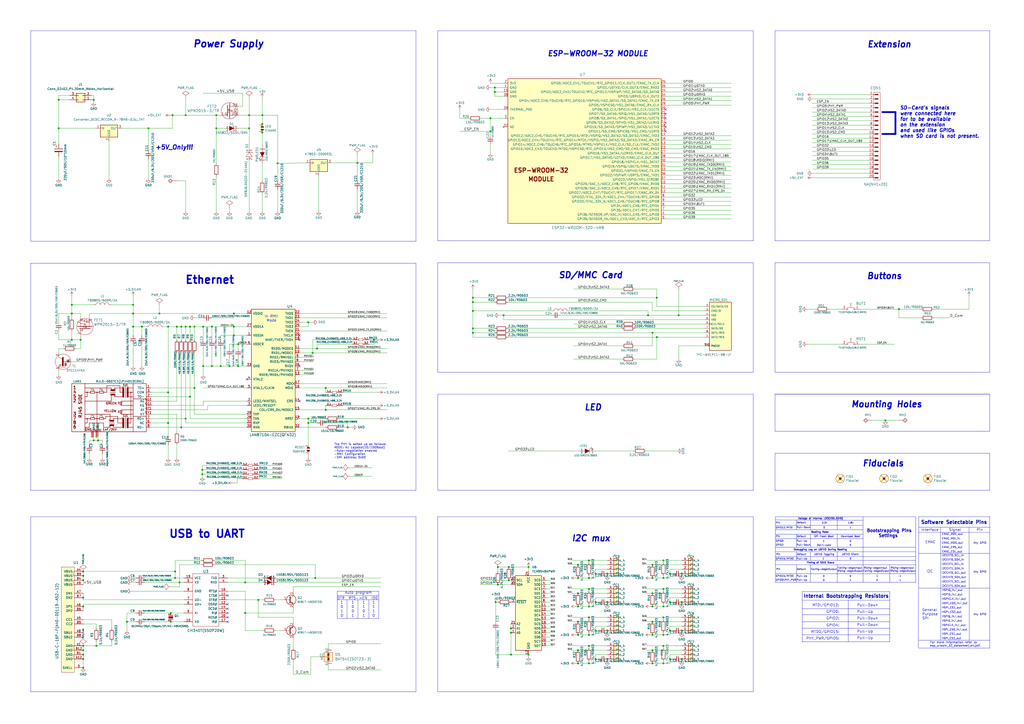
<source format=kicad_sch>
(kicad_sch (version 20230121) (generator eeschema)
  (paper "A2")
  (title_block (title "ESP32-DEVKIT-L") (date "2023-03-04") (rev "0") (company "HASATIO"))
  (junction (at 288.798 339.09))
  (junction (at 207.264 94.488))
  (junction (at 335.28 360.68))
  (junction (at 97.536 227.584))
  (junction (at 378.46 368.3))
  (junction (at 384.81 374.65))
  (junction (at 216.916 197.104))
  (junction (at 188.976 237.744))
  (junction (at 352.298 365.76))
  (junction (at 48.26 387.35))
  (junction (at 77.216 181.864))
  (junction (at 77.216 189.484))
  (junction (at 378.46 327.66))
  (junction (at 381 172.72))
  (junction (at 101.6 335.28))
  (junction (at 513.588 243.84))
  (junction (at 92.456 181.864))
  (junction (at 133.096 212.344))
  (junction (at 345.44 365.76))
  (junction (at 105.156 189.484))
  (junction (at 341.63 351.79))
  (junction (at 381 195.58))
  (junction (at 46.736 197.104))
  (junction (at 341.63 325.12))
  (junction (at 284.48 76.2))
  (junction (at 178.816 186.944))
  (junction (at 378.46 360.68))
  (junction (at 378.46 384.81))
  (junction (at 341.63 374.65))
  (junction (at 99.06 355.6))
  (junction (at 135.636 194.564))
  (junction (at 41.656 176.784))
  (junction (at 138.176 199.644))
  (junction (at 178.816 242.824))
  (junction (at 122.936 212.344))
  (junction (at 138.176 212.344))
  (junction (at 188.976 225.044))
  (junction (at 395.478 332.74))
  (junction (at 384.81 325.12))
  (junction (at 48.26 374.65))
  (junction (at 97.536 245.364))
  (junction (at 117.348 275.082))
  (junction (at 152.146 66.802))
  (junction (at 335.28 344.17))
  (junction (at 117.856 189.484))
  (junction (at 284.48 68.58))
  (junction (at 287.528 349.25))
  (junction (at 378.46 193.04))
  (junction (at 335.28 351.79))
  (junction (at 375.92 182.88))
  (junction (at 341.63 341.63))
  (junction (at 112.776 225.044))
  (junction (at 161.036 94.742))
  (junction (at 395.478 365.76))
  (junction (at 142.24 355.6))
  (junction (at 352.298 382.27))
  (junction (at 135.636 189.484))
  (junction (at 112.776 189.484))
  (junction (at 48.26 379.73))
  (junction (at 152.146 71.882))
  (junction (at 274.32 180.34))
  (junction (at 395.478 349.25))
  (junction (at 86.106 74.422))
  (junction (at 48.26 382.27))
  (junction (at 56.896 255.524))
  (junction (at 82.296 189.484))
  (junction (at 41.656 181.864))
  (junction (at 55.88 374.65))
  (junction (at 335.28 377.19))
  (junction (at 378.46 335.28))
  (junction (at 345.44 332.74))
  (junction (at 41.656 197.104))
  (junction (at 48.26 336.55))
  (junction (at 110.236 189.484))
  (junction (at 388.62 365.76))
  (junction (at 178.816 245.364))
  (junction (at 384.81 351.79))
  (junction (at 378.46 377.19))
  (junction (at 48.26 346.71))
  (junction (at 341.63 335.28))
  (junction (at 341.63 368.3))
  (junction (at 104.14 337.82))
  (junction (at 384.81 335.28))
  (junction (at 335.28 384.81))
  (junction (at 183.896 202.184))
  (junction (at 54.356 57.912))
  (junction (at 48.26 377.19))
  (junction (at 181.356 204.724))
  (junction (at 149.86 347.98))
  (junction (at 54.356 255.524))
  (junction (at 335.28 368.3))
  (junction (at 341.63 358.14))
  (junction (at 97.536 189.484))
  (junction (at 201.676 247.904))
  (junction (at 388.62 349.25))
  (junction (at 352.298 332.74))
  (junction (at 274.32 175.26))
  (junction (at 288.798 328.93))
  (junction (at 122.936 189.484))
  (junction (at 274.32 172.72))
  (junction (at 48.26 331.47))
  (junction (at 117.856 212.344))
  (junction (at 107.696 189.484))
  (junction (at 341.63 384.81))
  (junction (at 306.578 328.93))
  (junction (at 73.66 360.68))
  (junction (at 107.696 242.824))
  (junction (at 335.28 335.28))
  (junction (at 48.26 334.01))
  (junction (at 345.44 349.25))
  (junction (at 384.81 358.14))
  (junction (at 384.81 384.81))
  (junction (at 110.236 230.124))
  (junction (at 101.6 331.47))
  (junction (at 292.1 182.88))
  (junction (at 125.476 66.802))
  (junction (at 388.62 332.74))
  (junction (at 378.46 351.79))
  (junction (at 296.418 379.73))
  (junction (at 274.32 193.04))
  (junction (at 395.478 382.27))
  (junction (at 521.462 179.324))
  (junction (at 378.46 344.17))
  (junction (at 105.156 247.904))
  (junction (at 48.26 351.79))
  (junction (at 274.32 190.5))
  (junction (at 182.88 335.28))
  (junction (at 384.81 368.3))
  (junction (at 295.148 336.55))
  (junction (at 99.06 360.68))
  (junction (at 135.636 181.864))
  (junction (at 287.02 50.8))
  (junction (at 107.696 66.802))
  (junction (at 352.298 349.25))
  (junction (at 117.348 272.542))
  (junction (at 128.016 212.344))
  (junction (at 142.24 337.82))
  (junction (at 77.216 176.784))
  (junction (at 295.148 328.93))
  (junction (at 102.616 189.484))
  (junction (at 287.02 53.34))
  (junction (at 296.418 364.49))
  (junction (at 144.526 74.422))
  (junction (at 345.44 382.27))
  (junction (at 144.526 66.802))
  (junction (at 306.578 379.73))
  (junction (at 34.036 57.912))
  (junction (at 335.28 327.66))
  (junction (at 384.81 341.63))
  (junction (at 393.7 182.88))
  (junction (at 152.146 76.962))
  (junction (at 34.036 74.422))
  (junction (at 388.62 382.27))
  (junction (at 125.476 74.422))
  (junction (at 100.076 66.802))
  (junction (at 296.418 367.03))
  (no_connect (at 132.08 355.6))
  (no_connect (at 173.736 232.664))
  (no_connect (at 143.256 219.964))
  (no_connect (at 386.08 63.5))
  (no_connect (at 132.08 350.52))
  (no_connect (at 173.736 212.344))
  (no_connect (at 386.08 66.04))
  (no_connect (at 386.08 71.12))
  (no_connect (at 386.08 73.66))
  (no_connect (at 386.08 76.2))
  (no_connect (at 132.08 358.14))
  (no_connect (at 132.08 360.68))
  (no_connect (at 132.08 353.06))
  (no_connect (at 173.736 194.564))
  (no_connect (at 173.736 197.104))
  (no_connect (at 386.08 68.58))
  (no_connect (at 132.08 345.44))
  (wire (pts (xy 341.63 358.14) (xy 341.63 359.41)))
  (wire (pts (xy 55.88 361.95) (xy 55.88 364.49)))
  (polyline (pts (xy 449.834 299.72) (xy 531.114 299.72)))
  (wire (pts (xy 173.736 222.504) (xy 224.536 222.504)))
  (wire (pts (xy 143.256 232.664) (xy 117.856 232.664)))
  (wire (pts (xy 135.636 184.404) (xy 135.636 181.864)))
  (wire (pts (xy 287.528 349.25) (xy 288.798 349.25)))
  (wire (pts (xy 294.64 190.5) (xy 360.68 190.5)))
  (wire (pts (xy 341.63 374.65) (xy 341.63 375.92)))
  (polyline (pts (xy 574.04 152.4) (xy 449.58 152.4)))
  (wire (pts (xy 100.076 66.802) (xy 107.696 66.802)))
  (wire (pts (xy 46.736 181.864) (xy 41.656 181.864)))
  (wire (pts (xy 105.156 197.104) (xy 105.156 189.484)))
  (polyline (pts (xy 470.154 327.66) (xy 470.154 337.82)))
  (wire (pts (xy 64.77 359.41) (xy 64.77 364.49)))
  (wire (pts (xy 48.26 350.52) (xy 48.26 351.79)))
  (wire (pts (xy 381 167.64) (xy 368.3 167.64)))
  (wire (pts (xy 334.01 368.3) (xy 335.28 368.3)))
  (wire (pts (xy 190.5 388.62) (xy 220.98 388.62)))
  (wire (pts (xy 319.278 367.03) (xy 316.738 367.03)))
  (wire (pts (xy 59.436 263.144) (xy 59.436 265.684)))
  (polyline (pts (xy 574.167 299.72) (xy 574.167 375.92)))
  (wire (pts (xy 541.782 184.404) (xy 550.926 184.404)))
  (polyline (pts (xy 219.71 342.9) (xy 195.58 342.9)))
  (wire (pts (xy 138.176 199.644) (xy 143.256 199.644)))
  (wire (pts (xy 386.08 116.84) (xy 424.18 116.84)))
  (wire (pts (xy 117.856 212.344) (xy 117.856 217.424)))
  (polyline (pts (xy 254 228.6) (xy 436.88 228.6)))
  (wire (pts (xy 384.81 374.65) (xy 395.478 374.65)))
  (wire (pts (xy 173.736 225.044) (xy 188.976 225.044)))
  (polyline (pts (xy 436.88 228.6) (xy 436.88 284.48)))
  (wire (pts (xy 316.738 354.33) (xy 319.278 354.33)))
  (wire (pts (xy 388.62 332.74) (xy 388.62 330.2)))
  (wire (pts (xy 378.46 344.17) (xy 395.478 344.17)))
  (wire (pts (xy 160.02 347.98) (xy 162.56 347.98)))
  (wire (pts (xy 274.32 167.64) (xy 274.32 172.72)))
  (wire (pts (xy 386.08 109.22) (xy 424.18 109.22)))
  (wire (pts (xy 352.298 334.01) (xy 352.298 332.74)))
  (wire (pts (xy 86.106 74.422) (xy 86.106 87.122)))
  (polyline (pts (xy 254 152.4) (xy 254 215.9)))
  (wire (pts (xy 54.356 57.912) (xy 54.356 59.182)))
  (wire (pts (xy 149.86 347.98) (xy 152.4 347.98)))
  (wire (pts (xy 388.62 349.25) (xy 388.62 351.79)))
  (wire (pts (xy 274.32 175.26) (xy 287.02 175.26)))
  (wire (pts (xy 97.536 245.364) (xy 87.376 245.364)))
  (wire (pts (xy 294.64 175.26) (xy 378.46 175.26)))
  (wire (pts (xy 335.28 327.66) (xy 352.298 327.66)))
  (wire (pts (xy 34.036 55.372) (xy 34.036 57.912)))
  (wire (pts (xy 345.44 332.74) (xy 345.44 330.2)))
  (wire (pts (xy 135.636 189.484) (xy 143.256 189.484)))
  (polyline (pts (xy 532.892 308.864) (xy 574.167 308.864)))
  (polyline (pts (xy 562.102 305.816) (xy 562.229 371.348)))
  (wire (pts (xy 46.736 202.184) (xy 44.196 202.184)))
  (wire (pts (xy 345.44 365.76) (xy 345.44 363.22)))
  (wire (pts (xy 388.62 382.27) (xy 390.398 382.27)))
  (wire (pts (xy 393.7 182.88) (xy 408.94 182.88)))
  (wire (pts (xy 284.48 78.74) (xy 284.48 76.2)))
  (wire (pts (xy 274.32 190.5) (xy 274.32 193.04)))
  (wire (pts (xy 202.946 276.352) (xy 215.646 276.352)))
  (wire (pts (xy 183.896 199.644) (xy 183.896 202.184)))
  (polyline (pts (xy 213.995 347.98) (xy 213.995 358.775)))
  (wire (pts (xy 284.48 83.82) (xy 284.48 88.9)))
  (wire (pts (xy 51.816 181.864) (xy 77.216 181.864)))
  (wire (pts (xy 97.536 189.484) (xy 102.616 189.484)))
  (wire (pts (xy 83.82 337.82) (xy 104.14 337.82)))
  (wire (pts (xy 102.616 258.064) (xy 102.616 265.684)))
  (polyline (pts (xy 449.834 337.82) (xy 531.114 337.82)))
  (polyline (pts (xy 449.58 215.9) (xy 574.04 215.9)))
  (wire (pts (xy 214.376 197.104) (xy 216.916 197.104)))
  (wire (pts (xy 105.156 189.484) (xy 107.696 189.484)))
  (wire (pts (xy 504.19 72.644) (xy 471.17 72.644)))
  (wire (pts (xy 82.296 199.644) (xy 82.296 212.344)))
  (wire (pts (xy 386.08 99.06) (xy 424.18 99.06)))
  (wire (pts (xy 77.216 181.864) (xy 92.456 181.864)))
  (wire (pts (xy 77.216 199.644) (xy 77.216 212.344)))
  (wire (pts (xy 101.6 331.47) (xy 101.6 335.28)))
  (polyline (pts (xy 465.328 343.154) (xy 516.128 343.154)))
  (wire (pts (xy 375.158 344.17) (xy 378.46 344.17)))
  (wire (pts (xy 341.63 358.14) (xy 352.298 358.14)))
  (wire (pts (xy 331.978 377.19) (xy 335.28 377.19)))
  (wire (pts (xy 188.976 245.364) (xy 201.676 245.364)))
  (polyline (pts (xy 500.634 337.82) (xy 500.634 299.72)))
  (wire (pts (xy 107.696 204.724) (xy 107.696 242.824)))
  (polyline (pts (xy 532.892 321.056) (xy 574.167 321.056)))
  (wire (pts (xy 296.418 364.49) (xy 296.418 367.03)))
  (polyline (pts (xy 17.78 17.78) (xy 241.3 17.78)))
  (wire (pts (xy 386.08 121.92) (xy 424.18 121.92)))
  (wire (pts (xy 190.5 373.38) (xy 220.98 373.38)))
  (polyline (pts (xy 449.834 309.88) (xy 500.634 309.88)))
  (wire (pts (xy 345.44 351.79) (xy 345.44 349.25)))
  (wire (pts (xy 386.08 106.68) (xy 424.18 106.68)))
  (polyline (pts (xy 511.81 65.024) (xy 519.43 65.024)) (stroke (width 1.016) (type solid)))
  (polyline (pts (xy 462.026 309.88) (xy 462.026 317.5)))
  (wire (pts (xy 287.528 349.25) (xy 287.528 360.68)))
  (wire (pts (xy 274.32 172.72) (xy 274.32 175.26)))
  (wire (pts (xy 341.63 384.81) (xy 345.44 384.81)))
  (wire (pts (xy 54.356 57.912) (xy 54.356 55.372)))
  (wire (pts (xy 384.81 326.39) (xy 384.81 325.12)))
  (wire (pts (xy 505.968 243.84) (xy 513.588 243.84)))
  (wire (pts (xy 180.34 391.16) (xy 180.34 381)))
  (wire (pts (xy 87.376 232.664) (xy 102.616 232.664)))
  (wire (pts (xy 140.208 275.082) (xy 117.348 275.082)))
  (wire (pts (xy 386.08 50.8) (xy 424.18 50.8)))
  (polyline (pts (xy 254 284.48) (xy 254 228.6)))
  (wire (pts (xy 319.278 349.25) (xy 316.738 349.25)))
  (wire (pts (xy 386.08 119.38) (xy 424.18 119.38)))
  (wire (pts (xy 341.63 374.65) (xy 352.298 374.65)))
  (polyline (pts (xy 470.154 301.625) (xy 470.154 307.34)))
  (polyline (pts (xy 574.04 17.78) (xy 449.58 17.78)))
  (wire (pts (xy 378.46 335.28) (xy 384.81 335.28)))
  (polyline (pts (xy 449.834 304.8) (xy 500.634 304.8)))
  (wire (pts (xy 335.28 351.79) (xy 341.63 351.79)))
  (polyline (pts (xy 574.04 215.9) (xy 574.04 152.4)))
  (wire (pts (xy 160.02 335.28) (xy 182.88 335.28)))
  (wire (pts (xy 133.096 212.344) (xy 133.096 207.264)))
  (wire (pts (xy 360.68 167.64) (xy 332.74 167.64)))
  (wire (pts (xy 161.036 94.742) (xy 177.292 94.488)))
  (wire (pts (xy 341.63 368.3) (xy 341.63 367.03)))
  (wire (pts (xy 117.856 212.344) (xy 122.936 212.344)))
  (wire (pts (xy 375.158 341.63) (xy 384.81 341.63)))
  (wire (pts (xy 144.526 56.642) (xy 144.526 66.802)))
  (wire (pts (xy 77.216 181.864) (xy 77.216 189.484)))
  (wire (pts (xy 170.18 383.54) (xy 170.18 391.16)))
  (wire (pts (xy 106.68 350.52) (xy 48.26 350.52)))
  (wire (pts (xy 102.616 197.104) (xy 102.616 189.484)))
  (wire (pts (xy 562.102 179.324) (xy 562.102 171.704)))
  (wire (pts (xy 347.218 382.27) (xy 345.44 382.27)))
  (wire (pts (xy 41.656 192.024) (xy 41.656 197.104)))
  (polyline (pts (xy 574.04 139.7) (xy 574.04 17.78)))
  (wire (pts (xy 292.1 182.88) (xy 320.04 182.88)))
  (wire (pts (xy 386.08 124.46) (xy 424.18 124.46)))
  (wire (pts (xy 341.63 325.12) (xy 352.298 325.12)))
  (polyline (pts (xy 449.58 228.6) (xy 574.04 228.6)))
  (wire (pts (xy 117.348 275.082) (xy 117.348 276.606)))
  (wire (pts (xy 384.81 358.14) (xy 384.81 359.41)))
  (wire (pts (xy 78.74 360.68) (xy 73.66 360.68)))
  (wire (pts (xy 54.356 252.984) (xy 54.356 255.524)))
  (wire (pts (xy 378.46 368.3) (xy 384.81 368.3)))
  (wire (pts (xy 173.736 217.424) (xy 181.356 217.424)))
  (polyline (pts (xy 17.78 299.72) (xy 17.78 401.32)))
  (wire (pts (xy 341.63 325.12) (xy 341.63 326.39)))
  (wire (pts (xy 386.08 48.26) (xy 424.18 48.26)))
  (wire (pts (xy 34.036 197.104) (xy 41.656 197.104)))
  (wire (pts (xy 504.19 100.584) (xy 471.17 100.584)))
  (wire (pts (xy 196.596 247.904) (xy 201.676 247.904)))
  (wire (pts (xy 102.616 189.484) (xy 105.156 189.484)))
  (wire (pts (xy 207.264 109.728) (xy 207.264 122.428)))
  (wire (pts (xy 117.856 232.664) (xy 117.856 235.204)))
  (wire (pts (xy 386.08 60.96) (xy 424.18 60.96)))
  (polyline (pts (xy 532.765 375.92) (xy 532.892 299.72)))
  (wire (pts (xy 345.44 332.74) (xy 347.218 332.74)))
  (wire (pts (xy 335.28 377.19) (xy 352.298 377.19)))
  (wire (pts (xy 173.736 184.404) (xy 224.536 184.404)))
  (wire (pts (xy 201.676 245.364) (xy 201.676 247.904)))
  (wire (pts (xy 204.216 199.644) (xy 183.896 199.644)))
  (wire (pts (xy 178.816 245.364) (xy 183.896 245.364)))
  (wire (pts (xy 424.18 86.36) (xy 386.08 86.36)))
  (wire (pts (xy 345.44 363.22) (xy 352.298 363.22)))
  (wire (pts (xy 468.122 179.324) (xy 473.202 179.324)))
  (wire (pts (xy 295.148 336.55) (xy 296.418 336.55)))
  (polyline (pts (xy 436.88 401.32) (xy 436.88 299.72)))
  (wire (pts (xy 34.036 57.912) (xy 40.386 57.912)))
  (wire (pts (xy 319.278 359.41) (xy 316.738 359.41)))
  (polyline (pts (xy 17.78 299.72) (xy 241.3 299.72)))
  (polyline (pts (xy 519.43 65.024) (xy 519.43 77.724)) (stroke (width 1.016) (type solid)))
  (wire (pts (xy 132.08 342.9) (xy 142.24 342.9)))
  (wire (pts (xy 143.256 235.204) (xy 120.396 235.204)))
  (wire (pts (xy 107.696 242.824) (xy 107.696 245.364)))
  (wire (pts (xy 97.536 245.364) (xy 97.536 252.984)))
  (wire (pts (xy 48.26 334.01) (xy 48.26 336.55)))
  (polyline (pts (xy 485.648 327.66) (xy 485.648 337.82)))
  (wire (pts (xy 219.456 235.204) (xy 199.136 235.204)))
  (wire (pts (xy 384.81 368.3) (xy 384.81 367.03)))
  (wire (pts (xy 170.18 353.06) (xy 170.18 355.6)))
  (wire (pts (xy 83.82 360.68) (xy 99.06 360.68)))
  (wire (pts (xy 378.46 360.68) (xy 395.478 360.68)))
  (polyline (pts (xy 17.78 152.654) (xy 241.3 152.654)))
  (wire (pts (xy 41.656 209.804) (xy 59.436 209.804)))
  (wire (pts (xy 390.398 349.25) (xy 388.62 349.25)))
  (wire (pts (xy 77.216 171.704) (xy 77.216 176.784)))
  (wire (pts (xy 386.08 53.34) (xy 424.18 53.34)))
  (polyline (pts (xy 436.88 215.9) (xy 436.88 152.4)))
  (wire (pts (xy 274.32 180.34) (xy 274.32 190.5)))
  (wire (pts (xy 266.7 68.58) (xy 271.78 68.58)))
  (polyline (pts (xy 470.154 309.88) (xy 470.154 317.5)))
  (wire (pts (xy 219.456 242.824) (xy 196.596 242.824)))
  (wire (pts (xy 140.716 61.722) (xy 140.716 54.102)))
  (wire (pts (xy 341.63 335.28) (xy 345.44 335.28)))
  (wire (pts (xy 534.162 184.404) (xy 521.462 184.404)))
  (wire (pts (xy 101.6 335.28) (xy 106.68 335.28)))
  (wire (pts (xy 173.736 189.484) (xy 178.816 189.484)))
  (wire (pts (xy 48.26 351.79) (xy 48.26 354.33)))
  (wire (pts (xy 274.32 175.26) (xy 274.32 180.34)))
  (polyline (pts (xy 462.026 327.66) (xy 462.026 337.82)))
  (wire (pts (xy 152.146 122.682) (xy 152.146 112.522)))
  (wire (pts (xy 381 195.58) (xy 381 208.28)))
  (wire (pts (xy 384.81 341.63) (xy 384.81 342.9)))
  (wire (pts (xy 521.462 184.404) (xy 521.462 179.324)))
  (wire (pts (xy 384.81 335.28) (xy 388.62 335.28)))
  (wire (pts (xy 160.02 365.76) (xy 162.56 365.76)))
  (wire (pts (xy 117.348 272.542) (xy 117.348 275.082)))
  (wire (pts (xy 152.146 66.802) (xy 152.146 71.882)))
  (wire (pts (xy 107.696 122.682) (xy 107.696 104.902)))
  (wire (pts (xy 377.19 351.79) (xy 378.46 351.79)))
  (wire (pts (xy 480.822 179.324) (xy 488.442 179.324)))
  (wire (pts (xy 98.806 66.802) (xy 100.076 66.802)))
  (wire (pts (xy 386.08 101.6) (xy 424.18 101.6)))
  (wire (pts (xy 331.978 358.14) (xy 341.63 358.14)))
  (wire (pts (xy 105.156 204.724) (xy 105.156 247.904)))
  (wire (pts (xy 46.736 195.834) (xy 46.736 197.104)))
  (wire (pts (xy 377.19 384.81) (xy 378.46 384.81)))
  (wire (pts (xy 132.08 347.98) (xy 149.86 347.98)))
  (wire (pts (xy 41.656 171.704) (xy 41.656 176.784)))
  (wire (pts (xy 192.532 94.488) (xy 207.264 94.488)))
  (wire (pts (xy 375.158 327.66) (xy 378.46 327.66)))
  (wire (pts (xy 386.08 83.82) (xy 424.18 83.82)))
  (wire (pts (xy 117.856 184.404) (xy 112.776 184.404)))
  (wire (pts (xy 504.19 90.424) (xy 471.17 90.424)))
  (wire (pts (xy 135.128 280.162) (xy 137.668 280.162)))
  (polyline (pts (xy 470.154 320.04) (xy 470.154 325.12)))
  (wire (pts (xy 112.776 197.104) (xy 112.776 189.484)))
  (wire (pts (xy 97.536 227.584) (xy 97.536 245.364)))
  (wire (pts (xy 334.01 384.81) (xy 335.28 384.81)))
  (wire (pts (xy 133.096 212.344) (xy 138.176 212.344)))
  (wire (pts (xy 214.376 199.644) (xy 216.916 199.644)))
  (wire (pts (xy 34.036 181.864) (xy 41.656 181.864)))
  (wire (pts (xy 112.776 225.044) (xy 112.776 240.284)))
  (wire (pts (xy 504.19 103.124) (xy 471.17 103.124)))
  (polyline (pts (xy 449.58 250.19) (xy 574.04 250.19)))
  (polyline (pts (xy 449.834 307.34) (xy 500.634 307.34)))
  (polyline (pts (xy 449.834 317.5) (xy 531.114 317.5)))
  (wire (pts (xy 170.18 370.84) (xy 170.18 375.92)))
  (wire (pts (xy 375.158 325.12) (xy 384.81 325.12)))
  (wire (pts (xy 504.19 57.404) (xy 471.17 57.404)))
  (wire (pts (xy 48.26 374.65) (xy 48.26 377.19)))
  (wire (pts (xy 395.478 383.54) (xy 395.478 382.27)))
  (wire (pts (xy 173.736 181.864) (xy 224.536 181.864)))
  (wire (pts (xy 140.208 270.002) (xy 117.348 270.002)))
  (wire (pts (xy 395.478 346.71) (xy 388.62 346.71)))
  (wire (pts (xy 504.19 92.964) (xy 471.17 92.964)))
  (wire (pts (xy 294.64 193.04) (xy 378.46 193.04)))
  (wire (pts (xy 34.036 90.932) (xy 34.036 103.632)))
  (polyline (pts (xy 574.294 375.92) (xy 533.019 375.92)))
  (wire (pts (xy 48.26 336.55) (xy 48.26 339.09)))
  (wire (pts (xy 48.26 374.65) (xy 55.88 374.65)))
  (wire (pts (xy 388.62 330.2) (xy 395.478 330.2)))
  (wire (pts (xy 296.418 361.95) (xy 296.418 364.49)))
  (polyline (pts (xy 219.71 358.775) (xy 195.58 358.775)))
  (wire (pts (xy 110.236 242.824) (xy 143.256 242.824)))
  (wire (pts (xy 278.638 336.55) (xy 295.148 336.55)))
  (wire (pts (xy 521.462 179.324) (xy 534.162 179.324)))
  (wire (pts (xy 319.278 364.49) (xy 316.738 364.49)))
  (wire (pts (xy 135.636 181.864) (xy 143.256 181.864)))
  (wire (pts (xy 144.526 66.802) (xy 152.146 66.802)))
  (wire (pts (xy 287.02 53.34) (xy 287.02 55.88)))
  (wire (pts (xy 130.556 74.422) (xy 125.476 74.422)))
  (wire (pts (xy 173.736 237.744) (xy 188.976 237.744)))
  (wire (pts (xy 341.63 341.63) (xy 352.298 341.63)))
  (wire (pts (xy 107.696 189.484) (xy 110.236 189.484)))
  (wire (pts (xy 105.156 247.904) (xy 143.256 247.904)))
  (wire (pts (xy 388.62 365.76) (xy 388.62 368.3)))
  (wire (pts (xy 386.08 78.74) (xy 424.18 78.74)))
  (wire (pts (xy 368.3 190.5) (xy 408.94 190.5)))
  (wire (pts (xy 378.46 200.66) (xy 368.3 200.66)))
  (wire (pts (xy 381 195.58) (xy 408.94 195.58)))
  (wire (pts (xy 204.216 197.104) (xy 181.356 197.104)))
  (wire (pts (xy 170.18 355.6) (xy 142.24 355.6)))
  (wire (pts (xy 51.816 255.524) (xy 54.356 255.524)))
  (wire (pts (xy 107.696 56.642) (xy 107.696 66.802)))
  (wire (pts (xy 107.696 197.104) (xy 107.696 189.484)))
  (wire (pts (xy 178.816 265.684) (xy 178.816 263.144)))
  (wire (pts (xy 288.798 331.47) (xy 288.798 328.93)))
  (wire (pts (xy 207.264 94.488) (xy 207.264 104.648)))
  (wire (pts (xy 388.62 335.28) (xy 388.62 332.74)))
  (wire (pts (xy 345.44 368.3) (xy 345.44 365.76)))
  (wire (pts (xy 140.208 272.542) (xy 117.348 272.542)))
  (wire (pts (xy 504.19 75.184) (xy 471.17 75.184)))
  (wire (pts (xy 190.5 373.38) (xy 190.5 375.92)))
  (wire (pts (xy 128.016 212.344) (xy 133.096 212.344)))
  (wire (pts (xy 135.636 194.564) (xy 143.256 194.564)))
  (wire (pts (xy 51.816 263.144) (xy 51.816 265.684)))
  (polyline (pts (xy 465.328 368.3) (xy 516.128 368.3)))
  (wire (pts (xy 122.936 189.484) (xy 135.636 189.484)))
  (wire (pts (xy 377.19 335.28) (xy 378.46 335.28)))
  (polyline (pts (xy 201.295 347.98) (xy 201.295 358.775)))
  (wire (pts (xy 284.48 76.2) (xy 266.7 76.2)))
  (wire (pts (xy 504.19 54.864) (xy 471.17 54.864)))
  (wire (pts (xy 216.154 94.488) (xy 216.154 89.408)))
  (wire (pts (xy 378.46 327.66) (xy 395.478 327.66)))
  (wire (pts (xy 122.936 197.104) (xy 122.936 189.484)))
  (wire (pts (xy 48.26 382.27) (xy 48.26 387.35)))
  (wire (pts (xy 41.656 181.864) (xy 41.656 184.404)))
  (wire (pts (xy 137.668 280.162) (xy 137.668 277.622)))
  (wire (pts (xy 170.18 340.36) (xy 220.98 340.36)))
  (wire (pts (xy 41.91 374.65) (xy 48.26 374.65)))
  (wire (pts (xy 375.158 358.14) (xy 384.81 358.14)))
  (wire (pts (xy 117.856 189.484) (xy 122.936 189.484)))
  (wire (pts (xy 330.2 180.34) (xy 375.92 180.34)))
  (wire (pts (xy 97.536 258.064) (xy 97.536 265.684)))
  (wire (pts (xy 388.62 379.73) (xy 388.62 382.27)))
  (wire (pts (xy 384.81 368.3) (xy 388.62 368.3)))
  (wire (pts (xy 132.08 337.82) (xy 142.24 337.82)))
  (polyline (pts (xy 465.328 372.237) (xy 516.128 372.237)))
  (wire (pts (xy 284.48 68.58) (xy 284.48 76.2)))
  (wire (pts (xy 161.036 66.802) (xy 161.036 94.742)))
  (wire (pts (xy 77.216 189.484) (xy 77.216 194.564)))
  (wire (pts (xy 521.208 243.84) (xy 513.588 243.84)))
  (wire (pts (xy 152.146 71.882) (xy 152.146 76.962)))
  (wire (pts (xy 55.88 372.11) (xy 55.88 374.65)))
  (wire (pts (xy 319.278 361.95) (xy 316.738 361.95)))
  (wire (pts (xy 173.736 207.264) (xy 181.356 207.264)))
  (wire (pts (xy 120.396 237.744) (xy 87.376 237.744)))
  (wire (pts (xy 125.476 66.802) (xy 125.476 74.422)))
  (wire (pts (xy 504.19 70.104) (xy 471.17 70.104)))
  (polyline (pts (xy 449.58 139.7) (xy 574.04 139.7)))
  (wire (pts (xy 101.6 325.12) (xy 116.84 325.12)))
  (wire (pts (xy 190.5 386.08) (xy 190.5 388.62)))
  (wire (pts (xy 378.46 351.79) (xy 384.81 351.79)))
  (wire (pts (xy 48.26 331.47) (xy 101.6 331.47)))
  (polyline (pts (xy 531.114 337.82) (xy 531.114 299.72)))
  (wire (pts (xy 34.036 217.424) (xy 34.036 214.884)))
  (wire (pts (xy 70.866 74.422) (xy 86.106 74.422)))
  (wire (pts (xy 319.278 341.63) (xy 316.738 341.63)))
  (wire (pts (xy 133.096 199.644) (xy 138.176 199.644)))
  (wire (pts (xy 138.176 74.422) (xy 144.526 74.422)))
  (wire (pts (xy 288.798 328.93) (xy 295.148 328.93)))
  (wire (pts (xy 144.526 66.802) (xy 144.526 74.422)))
  (polyline (pts (xy 449.58 228.6) (xy 574.04 228.6)))
  (wire (pts (xy 284.48 50.8) (xy 287.02 50.8)))
  (wire (pts (xy 395.478 350.52) (xy 395.478 349.25)))
  (wire (pts (xy 216.916 199.644) (xy 216.916 197.104)))
  (wire (pts (xy 388.62 365.76) (xy 390.398 365.76)))
  (wire (pts (xy 77.216 189.484) (xy 82.296 189.484)))
  (wire (pts (xy 117.856 235.204) (xy 87.376 235.204)))
  (wire (pts (xy 266.7 63.5) (xy 266.7 68.58)))
  (wire (pts (xy 381 172.72) (xy 294.64 172.72)))
  (wire (pts (xy 142.24 337.82) (xy 152.4 337.82)))
  (wire (pts (xy 41.656 176.784) (xy 41.656 181.864)))
  (wire (pts (xy 378.46 180.34) (xy 408.94 180.34)))
  (wire (pts (xy 104.14 340.36) (xy 104.14 337.82)))
  (wire (pts (xy 388.62 384.81) (xy 384.81 384.81)))
  (wire (pts (xy 183.896 202.184) (xy 224.536 202.184)))
  (polyline (pts (xy 449.834 327.66) (xy 531.114 327.66)))
  (wire (pts (xy 278.638 339.09) (xy 288.798 339.09)))
  (polyline (pts (xy 516.128 327.66) (xy 516.128 337.82)))
  (wire (pts (xy 150.368 275.082) (xy 163.068 275.082)))
  (polyline (pts (xy 516.128 343.154) (xy 516.128 372.364)))
  (wire (pts (xy 125.476 122.682) (xy 125.476 102.362)))
  (wire (pts (xy 393.7 167.64) (xy 393.7 182.88)))
  (polyline (pts (xy 219.71 342.9) (xy 219.71 358.775)))
  (wire (pts (xy 178.816 242.824) (xy 188.976 242.824)))
  (wire (pts (xy 471.17 85.344) (xy 504.19 85.344)))
  (polyline (pts (xy 449.834 320.04) (xy 531.114 320.04)))
  (wire (pts (xy 152.146 66.802) (xy 161.036 66.802)))
  (polyline (pts (xy 436.88 284.48) (xy 254 284.48)))
  (wire (pts (xy 160.02 337.82) (xy 220.98 337.82)))
  (wire (pts (xy 341.63 368.3) (xy 345.44 368.3)))
  (polyline (pts (xy 254 139.7) (xy 436.88 139.7)))
  (wire (pts (xy 352.298 367.03) (xy 352.298 365.76)))
  (wire (pts (xy 287.02 55.88) (xy 292.1 55.88)))
  (wire (pts (xy 375.92 182.88) (xy 393.7 182.88)))
  (polyline (pts (xy 465.328 360.68) (xy 516.128 360.68)))
  (polyline (pts (xy 449.58 17.78) (xy 449.58 139.7)))
  (polyline (pts (xy 449.834 301.625) (xy 500.634 301.752)))
  (wire (pts (xy 408.94 187.96) (xy 368.3 187.96)))
  (wire (pts (xy 367.284 261.62) (xy 345.694 261.62)))
  (wire (pts (xy 97.536 227.584) (xy 87.376 227.584)))
  (wire (pts (xy 181.356 204.724) (xy 224.536 204.724)))
  (wire (pts (xy 150.368 277.622) (xy 163.068 277.622)))
  (wire (pts (xy 345.44 379.73) (xy 345.44 382.27)))
  (wire (pts (xy 112.776 225.044) (xy 87.376 225.044)))
  (wire (pts (xy 378.46 175.26) (xy 378.46 180.34)))
  (wire (pts (xy 51.816 258.064) (xy 51.816 255.524)))
  (wire (pts (xy 138.176 212.344) (xy 143.256 212.344)))
  (polyline (pts (xy 241.3 17.78) (xy 241.3 139.954)))
  (wire (pts (xy 331.978 374.65) (xy 341.63 374.65)))
  (wire (pts (xy 122.936 212.344) (xy 128.016 212.344)))
  (wire (pts (xy 144.526 122.682) (xy 144.526 92.202)))
  (wire (pts (xy 504.19 82.804) (xy 471.17 82.804)))
  (wire (pts (xy 133.096 199.644) (xy 133.096 202.184)))
  (wire (pts (xy 378.46 377.19) (xy 395.478 377.19)))
  (polyline (pts (xy 241.3 401.32) (xy 241.3 299.72)))
  (wire (pts (xy 173.736 186.944) (xy 178.816 186.944)))
  (wire (pts (xy 99.06 340.36) (xy 104.14 340.36)))
  (polyline (pts (xy 254 401.32) (xy 436.88 401.32)))
  (polyline (pts (xy 195.58 342.9) (xy 195.58 358.775)))
  (wire (pts (xy 48.26 377.19) (xy 48.26 379.73)))
  (wire (pts (xy 375.158 360.68) (xy 378.46 360.68)))
  (wire (pts (xy 341.63 342.9) (xy 341.63 341.63)))
  (wire (pts (xy 341.63 384.81) (xy 341.63 383.54)))
  (wire (pts (xy 143.256 225.044) (xy 117.856 225.044)))
  (wire (pts (xy 149.86 358.14) (xy 149.86 347.98)))
  (polyline (pts (xy 449.58 284.48) (xy 449.58 262.89)))
  (wire (pts (xy 110.236 204.724) (xy 110.236 230.124)))
  (polyline (pts (xy 449.834 332.74) (xy 531.114 332.74)))
  (wire (pts (xy 386.08 114.3) (xy 424.18 114.3)))
  (wire (pts (xy 87.376 247.904) (xy 105.156 247.904)))
  (wire (pts (xy 504.19 65.024) (xy 471.17 65.024)))
  (wire (pts (xy 54.356 176.784) (xy 41.656 176.784)))
  (wire (pts (xy 116.84 327.66) (xy 104.14 327.66)))
  (wire (pts (xy 138.176 202.184) (xy 138.176 199.644)))
  (wire (pts (xy 173.736 209.804) (xy 181.356 209.804)))
  (wire (pts (xy 388.62 346.71) (xy 388.62 349.25)))
  (wire (pts (xy 207.264 89.408) (xy 207.264 94.488)))
  (wire (pts (xy 180.34 381) (xy 185.42 381)))
  (polyline (pts (xy 449.834 299.72) (xy 449.834 337.82)))
  (wire (pts (xy 375.92 180.34) (xy 375.92 182.88)))
  (polyline (pts (xy 485.648 325.12) (xy 485.648 320.04)))
  (wire (pts (xy 86.106 74.422) (xy 100.076 74.422)))
  (polyline (pts (xy 462.026 320.04) (xy 462.026 325.12)))
  (wire (pts (xy 319.278 346.71) (xy 316.738 346.71)))
  (wire (pts (xy 287.02 193.04) (xy 274.32 193.04)))
  (wire (pts (xy 188.976 227.584) (xy 188.976 225.044)))
  (polyline (pts (xy 254 215.9) (xy 436.88 215.9)))
  (wire (pts (xy 128.016 202.184) (xy 128.016 212.344)))
  (wire (pts (xy 140.716 54.102) (xy 117.856 54.102)))
  (wire (pts (xy 142.24 342.9) (xy 142.24 355.6)))
  (wire (pts (xy 40.386 55.372) (xy 34.036 55.372)))
  (wire (pts (xy 388.62 379.73) (xy 395.478 379.73)))
  (wire (pts (xy 48.26 379.73) (xy 48.26 382.27)))
  (wire (pts (xy 395.478 334.01) (xy 395.478 332.74)))
  (wire (pts (xy 504.19 67.564) (xy 471.17 67.564)))
  (wire (pts (xy 331.978 327.66) (xy 335.28 327.66)))
  (polyline (pts (xy 449.58 262.89) (xy 574.04 262.89)))
  (wire (pts (xy 150.368 270.002) (xy 163.068 270.002)))
  (wire (pts (xy 274.32 180.34) (xy 320.04 180.34)))
  (polyline (pts (xy 533.019 305.816) (xy 574.294 305.816)))
  (wire (pts (xy 292.1 185.42) (xy 292.1 182.88)))
  (wire (pts (xy 110.236 197.104) (xy 110.236 189.484)))
  (wire (pts (xy 83.82 355.6) (xy 99.06 355.6)))
  (wire (pts (xy 86.106 92.202) (xy 86.106 103.632)))
  (wire (pts (xy 107.696 242.824) (xy 87.376 242.824)))
  (wire (pts (xy 284.48 68.58) (xy 292.1 68.58)))
  (wire (pts (xy 384.81 351.79) (xy 384.81 350.52)))
  (wire (pts (xy 152.146 94.742) (xy 152.146 104.902)))
  (wire (pts (xy 345.44 330.2) (xy 352.298 330.2)))
  (wire (pts (xy 99.06 355.6) (xy 106.68 355.6)))
  (polyline (pts (xy 254 299.72) (xy 436.88 299.72)))
  (polyline (pts (xy 449.58 250.19) (xy 449.58 228.6)))
  (wire (pts (xy 110.236 230.124) (xy 87.376 230.124)))
  (wire (pts (xy 137.668 277.622) (xy 140.208 277.622)))
  (wire (pts (xy 94.996 189.484) (xy 97.536 189.484)))
  (wire (pts (xy 64.77 372.11) (xy 64.77 374.65)))
  (wire (pts (xy 360.68 208.28) (xy 332.74 208.28)))
  (wire (pts (xy 125.476 74.422) (xy 125.476 94.742)))
  (polyline (pts (xy 462.026 301.625) (xy 462.026 307.34)))
  (wire (pts (xy 144.526 74.422) (xy 144.526 87.122)))
  (wire (pts (xy 319.278 336.55) (xy 316.738 336.55)))
  (wire (pts (xy 331.978 341.63) (xy 341.63 341.63)))
  (wire (pts (xy 48.26 347.98) (xy 106.68 347.98)))
  (polyline (pts (xy 17.78 152.654) (xy 17.78 284.48)))
  (wire (pts (xy 306.578 379.73) (xy 306.578 381)))
  (wire (pts (xy 541.782 179.324) (xy 562.102 179.324)))
  (wire (pts (xy 335.28 335.28) (xy 341.63 335.28)))
  (wire (pts (xy 152.146 76.962) (xy 152.146 84.582)))
  (wire (pts (xy 219.456 227.584) (xy 199.136 227.584)))
  (wire (pts (xy 34.036 74.422) (xy 34.036 83.312)))
  (wire (pts (xy 498.602 179.324) (xy 521.462 179.324)))
  (wire (pts (xy 48.26 344.17) (xy 48.26 346.71)))
  (wire (pts (xy 335.28 368.3) (xy 341.63 368.3)))
  (wire (pts (xy 161.036 94.742) (xy 161.036 104.902)))
  (polyline (pts (xy 465.582 356.616) (xy 516.128 356.616)))
  (wire (pts (xy 384.81 335.28) (xy 384.81 334.01)))
  (wire (pts (xy 82.296 194.564) (xy 82.296 189.484)))
  (wire (pts (xy 386.08 127) (xy 424.18 127)))
  (wire (pts (xy 78.74 355.6) (xy 73.66 355.6)))
  (polyline (pts (xy 436.88 17.78) (xy 436.88 139.7)))
  (polyline (pts (xy 17.78 139.954) (xy 241.3 139.954)))
  (wire (pts (xy 295.148 328.93) (xy 306.578 328.93)))
  (wire (pts (xy 77.216 176.784) (xy 77.216 181.864)))
  (polyline (pts (xy 207.645 347.98) (xy 207.645 358.775)))
  (wire (pts (xy 83.82 335.28) (xy 101.6 335.28)))
  (wire (pts (xy 59.436 255.524) (xy 59.436 258.064)))
  (wire (pts (xy 279.4 68.58) (xy 284.48 68.58)))
  (wire (pts (xy 34.036 186.944) (xy 34.036 181.864)))
  (wire (pts (xy 319.278 374.65) (xy 316.738 374.65)))
  (wire (pts (xy 335.28 327.66) (xy 335.28 327.6303)))
  (wire (pts (xy 504.19 59.944) (xy 471.17 59.944)))
  (wire (pts (xy 107.696 245.364) (xy 143.256 245.364)))
  (polyline (pts (xy 465.328 353.06) (xy 516.128 353.06)))
  (wire (pts (xy 112.776 189.484) (xy 117.856 189.484)))
  (wire (pts (xy 152.146 56.642) (xy 152.146 66.802)))
  (wire (pts (xy 381 172.72) (xy 381 167.64)))
  (wire (pts (xy 101.6 325.12) (xy 101.6 331.47)))
  (wire (pts (xy 181.356 197.104) (xy 181.356 204.724)))
  (wire (pts (xy 289.56 182.88) (xy 292.1 182.88)))
  (wire (pts (xy 112.776 240.284) (xy 143.256 240.284)))
  (wire (pts (xy 124.46 327.66) (xy 182.88 327.66)))
  (polyline (pts (xy 465.328 348.234) (xy 516.128 348.234)))
  (wire (pts (xy 41.656 197.104) (xy 46.736 197.104)))
  (wire (pts (xy 48.26 331.47) (xy 48.26 334.01)))
  (polyline (pts (xy 195.58 347.98) (xy 219.71 347.98)))
  (wire (pts (xy 173.736 202.184) (xy 183.896 202.184)))
  (polyline (pts (xy 449.834 322.834) (xy 531.114 322.834)))
  (wire (pts (xy 384.81 374.65) (xy 384.81 375.92)))
  (wire (pts (xy 287.528 365.76) (xy 287.528 379.73)))
  (wire (pts (xy 117.856 202.184) (xy 117.856 212.344)))
  (wire (pts (xy 325.12 182.88) (xy 375.92 182.88)))
  (wire (pts (xy 73.66 355.6) (xy 73.66 360.68)))
  (wire (pts (xy 384.81 325.12) (xy 395.478 325.12)))
  (wire (pts (xy 274.32 195.58) (xy 287.02 195.58)))
  (wire (pts (xy 287.02 50.8) (xy 287.02 53.34)))
  (wire (pts (xy 170.18 358.14) (xy 149.86 358.14)))
  (wire (pts (xy 341.63 334.01) (xy 341.63 335.28)))
  (wire (pts (xy 386.08 111.76) (xy 424.18 111.76)))
  (wire (pts (xy 120.396 235.204) (xy 120.396 237.744)))
  (wire (pts (xy 138.176 66.802) (xy 144.526 66.802)))
  (wire (pts (xy 34.036 57.912) (xy 34.036 74.422)))
  (wire (pts (xy 92.456 176.784) (xy 92.456 181.864)))
  (wire (pts (xy 386.08 104.14) (xy 424.18 104.14)))
  (wire (pts (xy 125.476 66.802) (xy 126.746 66.802)))
  (wire (pts (xy 341.63 351.79) (xy 341.63 350.52)))
  (wire (pts (xy 64.77 374.65) (xy 55.88 374.65)))
  (wire (pts (xy 173.736 192.024) (xy 224.536 192.024)))
  (wire (pts (xy 395.478 367.03) (xy 395.478 365.76)))
  (wire (pts (xy 142.24 325.12) (xy 142.24 337.82)))
  (wire (pts (xy 170.18 360.68) (xy 170.18 358.14)))
  (wire (pts (xy 284.48 48.26) (xy 292.1 48.26)))
  (wire (pts (xy 122.936 202.184) (xy 122.936 212.344)))
  (wire (pts (xy 34.036 74.422) (xy 55.626 74.422)))
  (wire (pts (xy 319.278 351.79) (xy 316.738 351.79)))
  (polyline (pts (xy 449.834 312.42) (xy 500.634 312.42)))
  (wire (pts (xy 378.46 193.04) (xy 378.46 200.66)))
  (wire (pts (xy 78.74 337.82) (xy 76.2 337.82)))
  (polyline (pts (xy 545.592 305.816) (xy 545.719 371.348)))
  (polyline (pts (xy 449.58 152.4) (xy 449.58 215.9)))
  (wire (pts (xy 518.922 199.644) (xy 498.602 199.644)))
  (wire (pts (xy 468.122 199.644) (xy 488.442 199.644)))
  (polyline (pts (xy 449.834 325.12) (xy 531.114 325.12)))
  (wire (pts (xy 360.68 187.96) (xy 332.74 187.96)))
  (wire (pts (xy 335.534 261.62) (xy 294.894 261.62)))
  (wire (pts (xy 73.66 360.68) (xy 73.66 365.76)))
  (wire (pts (xy 375.158 377.19) (xy 378.46 377.19)))
  (wire (pts (xy 34.036 192.024) (xy 34.036 197.104)))
  (wire (pts (xy 202.946 271.272) (xy 215.646 271.272)))
  (wire (pts (xy 54.356 255.524) (xy 56.896 255.524)))
  (wire (pts (xy 386.08 58.42) (xy 424.18 58.42)))
  (wire (pts (xy 316.738 372.11) (xy 319.278 372.11)))
  (wire (pts (xy 345.44 346.71) (xy 345.44 349.25)))
  (wire (pts (xy 128.016 194.564) (xy 135.636 194.564)))
  (wire (pts (xy 384.81 384.81) (xy 384.81 383.54)))
  (wire (pts (xy 102.616 250.444) (xy 102.616 240.284)))
  (wire (pts (xy 99.06 360.68) (xy 106.68 360.68)))
  (wire (pts (xy 335.28 384.81) (xy 341.63 384.81)))
  (wire (pts (xy 334.01 335.28) (xy 335.28 335.28)))
  (wire (pts (xy 48.26 361.95) (xy 55.88 361.95)))
  (polyline (pts (xy 241.3 284.48) (xy 241.3 152.654)))
  (polyline (pts (xy 195.58 345.44) (xy 219.71 345.44)))
  (wire (pts (xy 388.62 363.22) (xy 395.478 363.22)))
  (wire (pts (xy 334.01 351.79) (xy 335.28 351.79)))
  (wire (pts (xy 135.636 189.484) (xy 135.636 194.564)))
  (wire (pts (xy 64.516 176.784) (xy 77.216 176.784)))
  (wire (pts (xy 51.816 184.404) (xy 51.816 181.864)))
  (wire (pts (xy 319.278 339.09) (xy 316.738 339.09)))
  (polyline (pts (xy 17.78 284.48) (xy 241.3 284.48)))
  (polyline (pts (xy 519.43 77.724) (xy 511.81 77.724)) (stroke (width 1.016) (type solid)))
  (wire (pts (xy 78.74 335.28) (xy 76.2 335.28)))
  (wire (pts (xy 292.1 53.34) (xy 287.02 53.34)))
  (wire (pts (xy 184.912 102.108) (xy 184.912 122.428)))
  (polyline (pts (xy 436.88 17.78) (xy 254 17.78)))
  (wire (pts (xy 504.19 80.264) (xy 471.17 80.264)))
  (wire (pts (xy 54.356 55.372) (xy 53.086 55.372)))
  (wire (pts (xy 386.08 96.52) (xy 424.18 96.52)))
  (wire (pts (xy 386.08 93.98) (xy 424.18 93.98)))
  (polyline (pts (xy 574.04 250.19) (xy 574.04 228.6)))
  (wire (pts (xy 378.46 384.81) (xy 384.81 384.81)))
  (wire (pts (xy 408.94 185.42) (xy 292.1 185.42)))
  (polyline (pts (xy 533.019 341.122) (xy 574.294 341.122)))
  (wire (pts (xy 287.02 50.8) (xy 292.1 50.8)))
  (wire (pts (xy 132.08 335.28) (xy 152.4 335.28)))
  (wire (pts (xy 53.086 57.912) (xy 54.356 57.912)))
  (wire (pts (xy 319.278 356.87) (xy 316.738 356.87)))
  (wire (pts (xy 296.418 379.73) (xy 306.578 379.73)))
  (wire (pts (xy 288.798 339.09) (xy 296.418 339.09)))
  (polyline (pts (xy 491.998 348.234) (xy 491.998 372.364)))
  (wire (pts (xy 386.08 55.88) (xy 424.18 55.88)))
  (wire (pts (xy 386.08 81.28) (xy 424.18 81.28)))
  (wire (pts (xy 188.976 225.044) (xy 224.536 225.044)))
  (wire (pts (xy 173.736 214.884) (xy 181.356 214.884)))
  (wire (pts (xy 274.32 193.04) (xy 274.32 195.58)))
  (wire (pts (xy 384.81 341.63) (xy 395.478 341.63)))
  (wire (pts (xy 287.528 379.73) (xy 296.418 379.73)))
  (wire (pts (xy 56.896 252.984) (xy 56.896 255.524)))
  (wire (pts (xy 393.7 208.28) (xy 393.7 200.66)))
  (wire (pts (xy 388.62 332.74) (xy 390.398 332.74)))
  (wire (pts (xy 170.18 342.9) (xy 170.18 340.36)))
  (wire (pts (xy 347.218 349.25) (xy 345.44 349.25)))
  (wire (pts (xy 331.978 344.17) (xy 335.28 344.17)))
  (wire (pts (xy 331.978 325.12) (xy 341.63 325.12)))
  (wire (pts (xy 112.776 204.724) (xy 112.776 225.044)))
  (wire (pts (xy 504.19 77.724) (xy 471.17 77.724)))
  (wire (pts (xy 504.19 62.484) (xy 471.17 62.484)))
  (wire (pts (xy 82.296 189.484) (xy 84.836 189.484)))
  (wire (pts (xy 150.368 272.542) (xy 163.068 272.542)))
  (wire (pts (xy 133.096 122.682) (xy 133.096 120.142)))
  (wire (pts (xy 56.896 255.524) (xy 59.436 255.524)))
  (wire (pts (xy 388.62 363.22) (xy 388.62 365.76)))
  (polyline (pts (xy 465.328 343.154) (xy 465.328 372.364)))
  (wire (pts (xy 408.94 177.8) (xy 381 177.8)))
  (wire (pts (xy 384.81 351.79) (xy 388.62 351.79)))
  (wire (pts (xy 48.26 346.71) (xy 48.26 347.98)))
  (wire (pts (xy 345.44 379.73) (xy 352.298 379.73)))
  (wire (pts (xy 182.88 335.28) (xy 220.98 335.28)))
  (wire (pts (xy 117.856 197.104) (xy 117.856 189.484)))
  (wire (pts (xy 345.44 335.28) (xy 345.44 332.74)))
  (wire (pts (xy 48.26 359.41) (xy 64.77 359.41)))
  (wire (pts (xy 335.28 344.17) (xy 352.298 344.17)))
  (wire (pts (xy 182.88 327.66) (xy 182.88 335.28)))
  (wire (pts (xy 76.2 342.9) (xy 106.68 342.9)))
  (wire (pts (xy 386.08 91.44) (xy 424.18 91.44)))
  (wire (pts (xy 319.278 344.17) (xy 316.738 344.17)))
  (wire (pts (xy 345.44 346.71) (xy 352.298 346.71)))
  (wire (pts (xy 384.81 358.14) (xy 395.478 358.14)))
  (wire (pts (xy 331.978 360.68) (xy 335.28 360.68)))
  (polyline (pts (xy 533.019 371.348) (xy 574.294 371.348)))
  (wire (pts (xy 381 177.8) (xy 381 172.72)))
  (wire (pts (xy 381 208.28) (xy 368.3 208.28)))
  (wire (pts (xy 274.32 190.5) (xy 287.02 190.5)))
  (wire (pts (xy 140.716 61.722) (xy 138.176 61.722)))
  (wire (pts (xy 104.14 327.66) (xy 104.14 337.82)))
  (polyline (pts (xy 436.88 152.4) (xy 254 152.4)))
  (wire (pts (xy 393.7 200.66) (xy 408.94 200.66)))
  (wire (pts (xy 345.44 365.76) (xy 347.218 365.76)))
  (wire (pts (xy 178.816 186.944) (xy 181.356 186.944)))
  (wire (pts (xy 124.46 325.12) (xy 142.24 325.12)))
  (wire (pts (xy 161.036 109.982) (xy 161.036 122.682)))
  (wire (pts (xy 378.46 193.04) (xy 408.94 193.04)))
  (wire (pts (xy 107.696 104.902) (xy 102.616 104.902)))
  (wire (pts (xy 110.236 230.124) (xy 110.236 242.824)))
  (wire (pts (xy 107.696 66.802) (xy 125.476 66.802)))
  (wire (pts (xy 201.676 247.904) (xy 204.216 247.904)))
  (wire (pts (xy 173.736 242.824) (xy 178.816 242.824)))
  (wire (pts (xy 138.176 212.344) (xy 138.176 207.264)))
  (wire (pts (xy 345.44 382.27) (xy 345.44 384.81)))
  (wire (pts (xy 110.236 189.484) (xy 112.776 189.484)))
  (wire (pts (xy 34.036 202.184) (xy 34.036 204.724)))
  (wire (pts (xy 46.736 197.104) (xy 46.736 202.184)))
  (wire (pts (xy 142.24 365.76) (xy 152.4 365.76)))
  (wire (pts (xy 188.976 235.204) (xy 188.976 237.744)))
  (polyline (pts (xy 485.648 301.625) (xy 485.648 307.34)))
  (polyline (pts (xy 254 401.32) (xy 254 299.72)))
  (wire (pts (xy 386.08 88.9) (xy 424.18 88.9)))
  (wire (pts (xy 374.904 261.62) (xy 392.684 261.62)))
  (wire (pts (xy 207.264 94.488) (xy 216.154 94.488)))
  (wire (pts (xy 97.536 189.484) (xy 97.536 227.584)))
  (wire (pts (xy 352.298 383.54) (xy 352.298 382.27)))
  (wire (pts (xy 319.278 369.57) (xy 316.738 369.57)))
  (polyline (pts (xy 449.58 284.48) (xy 574.04 284.48)))
  (wire (pts (xy 178.816 242.824) (xy 178.816 245.364)))
  (wire (pts (xy 178.816 245.364) (xy 178.816 258.064)))
  (polyline (pts (xy 485.648 309.88) (xy 485.648 317.5)))
  (wire (pts (xy 306.578 328.93) (xy 306.578 331.47)))
  (wire (pts (xy 92.456 181.864) (xy 135.636 181.864)))
  (wire (pts (xy 117.348 270.002) (xy 117.348 272.542)))
  (wire (pts (xy 36.576 202.184) (xy 34.036 202.184)))
  (wire (pts (xy 294.64 195.58) (xy 381 195.58)))
  (wire (pts (xy 102.616 232.664) (xy 102.616 204.724)))
  (wire (pts (xy 341.63 351.79) (xy 345.44 351.79)))
  (wire (pts (xy 63.246 82.042) (xy 63.246 103.632)))
  (wire (pts (xy 188.976 247.904) (xy 173.736 247.904)))
  (wire (pts (xy 292.1 63.5) (xy 284.48 63.5)))
  (wire (pts (xy 471.17 87.884) (xy 504.19 87.884)))
  (polyline (pts (xy 254 17.78) (xy 254 139.7)))
  (wire (pts (xy 377.19 368.3) (xy 378.46 368.3)))
  (wire (pts (xy 216.916 197.104) (xy 219.456 197.104)))
  (wire (pts (xy 335.28 360.68) (xy 352.298 360.68)))
  (wire (pts (xy 296.418 367.03) (xy 296.418 379.73)))
  (wire (pts (xy 188.976 237.744) (xy 224.536 237.744)))
  (wire (pts (xy 388.62 382.27) (xy 388.62 384.81)))
  (polyline (pts (xy 532.892 299.72) (xy 574.167 299.72)))
  (polyline (pts (xy 17.78 17.78) (xy 17.78 139.954)))
  (wire (pts (xy 287.02 172.72) (xy 274.32 172.72)))
  (wire (pts (xy 142.24 355.6) (xy 142.24 365.76)))
  (wire (pts (xy 375.158 374.65) (xy 384.81 374.65)))
  (wire (pts (xy 102.616 240.284) (xy 87.376 240.284)))
  (wire (pts (xy 170.18 391.16) (xy 180.34 391.16)))
  (wire (pts (xy 122.936 184.404) (xy 135.636 184.404)))
  (wire (pts (xy 128.016 194.564) (xy 128.016 197.104)))
  (polyline (pts (xy 465.582 364.49) (xy 516.128 364.49)))
  (wire (pts (xy 178.816 189.484) (xy 178.816 186.944)))
  (polyline (pts (xy 574.04 284.48) (xy 574.04 262.89)))
  (wire (pts (xy 504.19 98.044) (xy 471.17 98.044)))
  (wire (pts (xy 504.19 95.504) (xy 471.17 95.504)))
  (wire (pts (xy 352.298 350.52) (xy 352.298 349.25)))
  (wire (pts (xy 100.076 74.422) (xy 100.076 66.802)))
  (wire (pts (xy 104.14 337.82) (xy 106.68 337.82)))
  (wire (pts (xy 46.736 184.404) (xy 46.736 181.864)))
  (wire (pts (xy 173.736 204.724) (xy 181.356 204.724)))
  (polyline (pts (xy 17.78 401.32) (xy 241.3 401.32)))
  (wire (pts (xy 360.68 200.66) (xy 332.74 200.66)))
  (text "EMAC" (at 536.702 315.468 0) (effects (font (size 1.4986 1.4986)) (justify left bottom)))
  (text "Any GPIO" (at 564.642 315.722 0) (effects (font (size 1.0922 1.0922)) (justify left bottom)))
  (text "1" (at 203.835 358.14 0) (effects (font (size 1.524 1.524)) (justify left bottom)))
  (text "LED" (at 338.836 238.506 0) (effects (font (size 3.5052 3.5052) (thickness 0.701) bold italic) (justify left bottom)))
  (text "0" (at 197.485 358.14 0) (effects (font (size 1.524 1.524)) (justify left bottom)))
  (text "GPIO0:" (at 479.298 355.854 0) (effects (font (size 1.4986 1.4986)) (justify left bottom)))
  (text "1" (at 215.9 350.52 0) (effects (font (size 1.524 1.524)) (justify left bottom)))
  (text "Power Supply" (at 111.76 27.94 0) (effects (font (size 3.9878 3.9878) (thickness 0.7976) bold italic) (justify left bottom)))
  (text "+5V_Only!!!" (at 89.916 87.122 0) (effects (font (size 2.54 2.54) (thickness 0.508) bold italic) (justify left bottom)))
  (text "Internal Bootstrapping Resistors" (at 465.963 347.091 0) (effects (font (size 2.0066 2.0066) (thickness 0.4013) bold) (justify left bottom)))
  (text "1" (at 508.254 335.026 0) (effects (font (size 0.9906 0.9906)) (justify left bottom)))
  (text "Debugging Log on U0TXD During Booting" (at 460.248 319.532 0) (effects (font (size 0.9906 0.9906) (thickness 0.1981) bold) (justify left bottom)))
  (text "1" (at 215.9 355.6 0) (effects (font (size 1.524 1.524)) (justify left bottom)))
  (text "Auto program\n" (at 200.025 344.805 0) (effects (font (size 1.524 1.524)) (justify left bottom)))
  (text "1" (at 197.485 350.52 0) (effects (font (size 1.524 1.524)) (justify left bottom)))
  (text "0" (at 492.76 314.706 0) (effects (font (size 0.9906 0.9906)) (justify left bottom)))
  (text "Pull-Up" (at 497.078 367.284 0) (effects (font (size 1.4986 1.4986)) (justify left bottom)))
  (text "GPIO15/MTDO" (at 449.961 334.899 0) (effects (font (size 0.9906 0.9906)) (justify left bottom)))
  (text "Rising-edge:Output" (at 516.255 331.978 0) (effects (font (size 0.9906 0.9906) italic) (justify left bottom)))
  (text "For more information refer to \nesp_wroom_32_datasheet_en.pdf." (at 539.369 375.412 0) (effects (font (size 1.1938 1.1938) italic) (justify left bottom)))
  (text "I2C mux\n" (at 331.47 314.452 0) (effects (font (size 3.5052 3.5052) (thickness 0.701) bold italic) (justify left bottom)))
  (text "VSPIQ_in/_out" (at 546.354 358.394 0) (effects (font (size 1.0922 1.0922)) (justify left bottom)))
  (text "1" (at 210.185 358.14 0) (effects (font (size 1.524 1.524)) (justify left bottom)))
  (text "SD/MMC Card" (at 323.85 161.798 0) (effects (font (size 3.5052 3.5052) (thickness 0.701) bold italic) (justify left bottom)))
  (text "0" (at 477.266 337.312 0) (effects (font (size 0.9906 0.9906)) (justify left bottom)))
  (text "0" (at 508.254 337.312 0) (effects (font (size 0.9906 0.9906)) (justify left bottom)))
  (text "USB to UART" (at 97.79 312.42 0) (effects (font (size 4.4958 4.4958) (thickness 0.8992) bold) (justify left bottom)))
  (text "Software Selectable Pins" (at 534.162 304.292 0) (effects (font (size 2.0066 2.0066) (thickness 0.4013) bold) (justify left bottom)))
  (text "Rising-edge:Input" (at 500.888 330.2 0) (effects (font (size 0.9906 0.9906) italic) (justify left bottom)))
  (text "Pull-Down" (at 497.078 363.474 0) (effects (font (size 1.4986 1.4986)) (justify left bottom)))
  (text "Default" (at 462.153 322.326 0) (effects (font (size 0.9906 0.9906) italic) (justify left bottom)))
  (text "VSPI_CS0_in/_out" (at 546.354 366.014 0) (effects (font (size 1.0922 1.0922)) (justify left bottom)))
  (text "VSPI_CS1_out" (at 546.354 368.554 0) (effects (font (size 1.0922 1.0922)) (justify left bottom)))
  (text "Pull-Down" (at 462.026 316.865 0) (effects (font (size 0.9906 0.9906)) (justify left bottom)))
  (text "Pin" (at 449.961 304.038 0) (effects (font (size 0.9906 0.9906) italic) (justify left bottom)))
  (text "Falling-edge:Output" (at 500.634 331.978 0) (effects (font (size 0.9906 0.9906) italic) (justify left bottom)))
  (text "I2CEXT1_SDA_in" (at 546.227 330.581 0) (effects (font (size 1.0922 1.0922)) (justify left bottom)))
  (text "Default" (at 462.026 303.911 0) (effects (font (size 0.9906 0.9906) italic) (justify left bottom)))
  (text "1" (at 492.76 306.832 0) (effects (font (size 0.9906 0.9906)) (justify left bottom)))
  (text "EMAC_MDO_out" (at 546.354 315.722 0) (effects (font (size 1.0922 1.0922)) (justify left bottom)))
  (text "Voltage of Internal LDO(VDD_SDIO)" (at 462.788 301.498 0) (effects (font (size 0.9906 0.9906) (thickness 0.1981) bold) (justify left bottom)))
  (text "SD-Card's signals \nwere connected here \nfor to be available \non the extension\nand used like GPIOs\nwhen SD card is not present." (at 521.97 80.264 0) (effects (font (size 2.032 2.032) (thickness 0.4064) bold italic) (justify left bottom)))
  (text "Extension" (at 502.92 27.94 0) (effects (font (size 3.5052 3.5052) (thickness 0.701) bold italic) (justify left bottom)))
  (text "Booting Mode" (at 470.408 309.372 0) (effects (font (size 0.9906 0.9906) (thickness 0.1981) bold) (justify left bottom)))
  (text "Pull-Down" (at 497.078 352.044 0) (effects (font (size 1.4986 1.4986)) (justify left bottom)))
  (text "0" (at 492.76 335.026 0) (effects (font (size 0.9906 0.9906)) (justify left bottom)))
  (text "I2CEXT0_SDA_in" (at 546.227 325.501 0) (effects (font (size 1.0922 1.0922)) (justify left bottom)))
  (text "Rising-edge:Output" (at 485.648 331.978 0) (effects (font (size 0.9906 0.9906) italic) (justify left bottom)))
  (text "1.8V" (at 491.744 304.038 0) (effects (font (size 0.9906 0.9906) italic) (justify left bottom)))
  (text "3.3V" (at 476.504 304.038 0) (effects (font (size 0.9906 0.9906) italic) (justify left bottom)))
  (text "U0TXD Silent" (at 488.188 322.326 0) (effects (font (size 0.9906 0.9906) italic) (justify left bottom)))
  (text "0" (at 477.266 335.026 0) (effects (font (size 0.9906 0.9906)) (justify left bottom)))
  (text "Pin" (at 450.088 330.962 0) (effects (font (size 0.9906 0.9906) italic) (justify left bottom)))
  (text "1" (at 210.185 350.52 0) (effects (font (size 1.524 1.524)) (justify left bottom)))
  (text "I2C" (at 537.337 332.486 0) (effects (font (size 1.4986 1.4986)) (justify left bottom)))
  (text "Falling-edge:Output" (at 470.154 330.962 0) (effects (font (size 0.9906 0.9906) italic) (justify left bottom)))
  (text "GPIO2" (at 449.961 316.865 0) (effects (font (size 0.9906 0.9906)) (justify left bottom)))
  (text "GPIO5\\PHY_PWR" (at 449.961 337.185 0) (effects (font (size 0.9906 0.9906)) (justify left bottom)))
  (text "0" (at 203.835 353.06 0) (effects (font (size 1.524 1.524)) (justify left bottom)))
  (text "Buttons" (at 502.666 162.306 0) (effects (font (size 3.5052 3.5052) (thickness 0.701) bold italic) (justify left bottom)))
  (text "0" (at 477.52 306.832 0) (effects (font (size 0.9906 0.9906)) (justify left bottom)))
  (text "1" (at 477.266 314.706 0) (effects (font (size 0.9906 0.9906)) (justify left bottom)))
  (text "Pull-Up" (at 497.078 371.094 0) (effects (font (size 1.4986 1.4986)) (justify left bottom)))
  (text "EMAC_COL_out" (at 546.354 320.802 0) (effects (font (size 1.0922 1.0922)) (justify left bottom)))
  (text "Ethernet" (at 107.188 165.1 0) (effects (font (size 4.4958 4.4958) (thickness 0.8992) bold) (justify left bottom)))
  (text "Timing of SDIO Slave" (at 467.868 327.152 0) (effects (font (size 0.9906 0.9906) (thickness 0.1981) bold) (justify left bottom)))
  (text "U0TXD Toggling" (at 472.186 322.326 0) (effects (font (size 0.9906 0.9906) italic) (justify left bottom)))
  (text "EMAC_MDC_out" (at 546.354 310.642 0) (effects (font (size 1.0922 1.0922)) (justify left bottom)))
  (text "HSPI_CS0_in/_out" (at 546.354 350.774 0) (effects (font (size 1.0922 1.0922)) (justify left bottom)))
  (text "HSPID_in/_out" (at 546.354 345.694 0) (effects (font (size 1.0922 1.0922)) (justify left bottom)))
  (text "GPIO15/MTDO" (at 449.961 324.866 0) (effects (font (size 0.9906 0.9906)) (justify left bottom)))
  (text "Interface" (at 534.416 308.356 0) (effects (font (size 1.4986 1.4986)) (justify left bottom)))
  (text "Signal" (at 550.418 308.356 0) (effects (font (size 1.4986 1.4986)) (justify left bottom)))
  (text "EMAC_MDI_in" (at 546.354 313.182 0) (effects (font (size 1.0922 1.0922)) (justify left bottom)))
  (text "Pull-Up" (at 462.026 334.899 0) (effects (font (size 0.9906 0.9906)) (justify left bottom)))
  (text "Bootstrapping Pins \n     Settings" (at 502.666 311.912 0) (effects (font (size 1.8034 1.8034) (thickness 0.3607) bold) (justify left bottom)))
  (text "I2CEXT1_SCL_out" (at 546.227 338.201 0) (effects (font (size 1.0922 1.0922)) (justify left bottom)))
  (text "0" (at 203.835 355.6 0) (effects (font (size 1.524 1.524)) (justify left bottom)))
  (text "0" (at 197.485 353.06 0) (effects (font (size 1.524 1.524)) (justify left bottom)))
  (text "GPIO2:" (at 479.298 359.664 0) (effects (font (size 1.4986 1.4986)) (justify left bottom)))
  (text "VSPID_in/_out" (at 546.354 360.934 0) (effects (font (size 1.0922 1.0922)) (justify left bottom)))
  (text "The PHY is setted up as follows:\nMODE: All capable(10/100Base)\n-Auto-negotiation enabled\n-RMII Configuration\n-SMI address: 0x00" (at 193.802 266.192 0) (effects (font (size 1.1938 1.1938)) (justify left bottom)))
  (text "I2CEXT1_SCL_in" (at 546.227 328.041 0) (effects (font (size 1.0922 1.0922)) (justify left bottom)))
  (text "SPI Flash Boot" (at 472.186 311.912 0) (effects (font (size 0.9906 0.9906) italic) (justify left bottom)))
  (text "Download Boot" (at 487.68 311.912 0) (effects (font (size 0.9906 0.9906) italic) (justify left bottom)))
  (text "Pull-Down" (at 497.078 359.664 0) (effects (font (size 1.4986 1.4986)) (justify left bottom)))
  (text "Mounting Holes" (at 493.522 236.728 0) (effects (font (size 3.5052 3.5052) (thickness 0.701) bold italic) (justify left bottom)))
  (text "Pin" (at 450.088 322.326 0) (effects (font (size 0.9906 0.9906) italic) (justify left bottom)))
  (text "0" (at 215.9 358.14 0) (effects (font (size 1.524 1.524)) (justify left bottom)))
  (text "Rising-edge:Input" (at 516.509 330.2 0) (effects (font (size 0.9906 0.9906) italic) (justify left bottom)))
  (text "Pin" (at 566.42 308.356 0) (effects (font (size 1.4986 1.4986)) (justify left bottom)))
  (text "Any GPIO" (at 564.642 332.486 0) (effects (font (size 1.0922 1.0922)) (justify left bottom)))
  (text "HSPI_CS2_out" (at 546.354 355.854 0) (effects (font (size 1.0922 1.0922)) (justify left bottom)))
  (text "Fiducials" (at 500.126 271.018 0) (effects (font (size 3.5052 3.5052) (thickness 0.701) bold italic) (justify left bottom)))
  (text "GPIO0" (at 449.961 314.579 0) (effects (font (size 0.9906 0.9906)) (justify left bottom)))
  (text "1" (at 521.716 337.312 0) (effects (font (size 0.9906 0.9906)) (justify left bottom)))
  (text "HSPICLK_in/_out" (at 546.354 348.234 0) (effects (font (size 1.0922 1.0922)) (justify left bottom)))
  (text "I2CEXT0_SDA_out" (at 546.227 335.661 0) (effects (font (size 1.0922 1.0922)) (justify left bottom)))
  (text "Falling-edge:Input" (at 485.902 330.2 0) (effects (font (size 0.9906 0.9906) italic) (justify left bottom)))
  (text "MTDO/GPIO15:" (at 470.408 367.538 0) (effects (font (size 1.4986 1.4986)) (justify left bottom)))
  (text "Pin" (at 449.961 311.912 0) (effects (font (size 0.9906 0.9906) italic) (justify left bottom)))
  (text "Pull-Up" (at 462.026 324.866 0) (effects (font (size 0.9906 0.9906)) (justify left bottom)))
  (text "Default" (at 462.026 330.962 0) (effects (font (size 0.9906 0.9906) italic) (justify left bottom)))
  (text "MTDI/GPIO12:" (at 471.17 352.044 0) (effects (font (size 1.4986 1.4986)) (justify left bottom)))
  (text "HSPIQ_in/_out" (at 546.354 343.154 0) (effects (font (size 1.0922 1.0922)) (justify left bottom)))
  (text "1" (at 521.716 335.026 0) (effects (font (size 0.9906 0.9906)) (justify left bottom)))
  (text "EMAC_CRS_out" (at 546.354 318.262 0) (effects (font (size 1.0922 1.0922)) (justify left bottom)))
  (text "GPIO4:" (at 479.298 363.728 0) (effects (font (size 1.4986 1.4986)) (justify left bottom)))
  (text "Any GPIO" (at 564.642 357.124 0) (effects (font (size 1.0922 1.0922)) (justify left bottom)))
  (text "I2CEXT1_SDA_out" (at 546.227 340.741 0) (effects (font (size 1.0922 1.0922)) (justify left bottom)))
  (text "I2CEXT0_SCL_out" (at 546.227 333.121 0) (effects (font (size 1.0922 1.0922)) (justify left bottom)))
  (text "1" (at 210.185 353.06 0) (effects (font (size 1.524 1.524)) (justify left bottom)))
  (text "Pull-Up" (at 462.026 337.185 0) (effects (font (size 0.9906 0.9906)) (justify left bottom)))
  (text "HSPI_CS1_out" (at 546.354 353.314 0) (effects (font (size 1.0922 1.0922)) (justify left bottom)))
  (text "Pull-Up" (at 462.026 314.579 0) (effects (font (size 0.9906 0.9906)) (justify left bottom)))
  (text "VSPI_CS2_out" (at 546.354 371.094 0) (effects (font (size 1.0922 1.0922)) (justify left bottom)))
  (text "1" (at 203.835 350.52 0) (effects (font (size 1.524 1.524)) (justify left bottom)))
  (text "ESP-WROOM-32 MODULE" (at 317.5 33.02 0) (effects (font (size 2.9972 2.9972) (thickness 0.5994) bold italic) (justify left bottom)))
  (text "Pull-Up" (at 497.078 355.854 0) (effects (font (size 1.4986 1.4986)) (justify left bottom)))
  (text "0" (at 492.76 316.992 0) (effects (font (size 0.9906 0.9906)) (justify left bottom)))
  (text "1" (at 477.012 324.866 0) (effects (font (size 0.9906 0.9906)) (justify left bottom)))
  (text "GPIO12/MTDI" (at 449.961 306.832 0) (effects (font (size 0.9906 0.9906)) (justify left bottom)))
  (text "1" (at 215.9 353.06 0) (effects (font (size 1.524 1.524)) (justify left bottom)))
  (text "PHY_PWR/GPIO5:" (at 467.614 371.348 0) (effects (font (size 1.4986 1.4986)) (justify left bottom)))
  (text "0" (at 210.185 355.6 0) (effects (font (size 1.524 1.524)) (justify left bottom)))
  (text "1" (at 492.76 337.312 0) (effects (font (size 0.9906 0.9906)) (justify left bottom)))
  (text "VSPICLK_in/_out" (at 546.354 363.474 0) (effects (font (size 1.0922 1.0922)) (justify left bottom)))
  (text "1" (at 197.485 355.6 0) (effects (font (size 1.524 1.524)) (justify left bottom)))
  (text "Pull-Down" (at 462.026 306.705 0) (effects (font (size 0.9906 0.9906)) (justify left bottom)))
  (text "General\nPurpose\nSPI" (at 534.924 359.664 0) (effects (font (size 1.4986 1.4986)) (justify left bottom)))
  (text "Don't-care" (at 473.71 316.992 0) (effects (font (size 0.9906 0.9906)) (justify left bottom)))
  (text "DTR  RTS->EN  IO0" (at 195.58 347.98 0) (effects (font (size 1.524 1.524)) (justify left bottom)))
  (text "Default" (at 462.026 311.912 0) (effects (font (size 0.9906 0.9906) italic) (justify left bottom)))
  (text "In RMII\n Mode\n" (at 153.416 186.944 0) (effects (font (size 1.4986 1.4986)) (justify left bottom)))
  (text "I2CEXT0_SCL_in" (at 546.227 322.961 0) (effects (font (size 1.0922 1.0922)) (justify left bottom)))
  (text "0" (at 492.76 324.866 0) (effects (font (size 0.9906 0.9906)) (justify left bottom)))
  (label "GPIO16" (at 396.24 88.9 0))
  (label "SD2" (at 331.978 360.68 180) (effects (font (size 0.889 0.889))))
  (label "GPIO18\\MDIO(RMII)" (at 201.676 225.044 0) (effects (font (size 0.9906 0.9906))))
  (label "SC3" (at 331.978 374.65 180) (effects (font (size 0.889 0.889))))
  (label "RMIISEL" (at 176.276 207.264 0) (effects (font (size 0.9906 0.9906))))
  (label "VDD1A-2A" (at 205.486 271.272 0) (effects (font (size 0.9906 0.9906))))
  (label "GPIO3\\U0RXD" (at 396.24 55.88 0))
  (label "SC0" (at 331.978 325.12 180) (effects (font (size 0.889 0.889))))
  (label "GPIO13\\HS2_DATA3" (at 335.28 167.64 0))
  (label "GPIO4\\HS2_DATA1" (at 396.24 58.42 0))
  (label "SD2" (at 319.278 349.25 0) (effects (font (size 0.889 0.889))))
  (label "+5V_USB" (at 48.26 339.09 0) (effects (font (size 1.524 1.524))))
  (label "SC6" (at 375.158 358.14 180) (effects (font (size 0.889 0.889))))
  (label "GPIO0" (at 396.24 48.26 0))
  (label "PHYAD1" (at 157.988 272.542 0) (effects (font (size 0.9906 0.9906))))
  (label "GPIO15\\HS2_CMD" (at 473.71 77.724 0))
  (label "GPIO2\\HS2_DATA0" (at 396.24 53.34 0))
  (label "SD7" (at 375.158 377.19 180) (effects (font (size 0.889 0.889))))
  (label "VDD1A-2A" (at 135.636 189.484 180) (effects (font (size 0.9906 0.9906))))
  (label "PHYAD2" (at 157.988 275.082 0) (effects (font (size 0.9906 0.9906))))
  (label "SD4" (at 319.278 359.41 0) (effects (font (size 0.889 0.889))))
  (label "ESP_EN" (at 198.12 340.36 0))
  (label "GPIO16" (at 473.71 80.264 0))
  (label "GPIO23\\MDC(RMII)" (at 396.24 104.14 0))
  (label "GPIO15\\HS2_CMD" (at 396.24 86.36 0))
  (label "GPIO17\\EMAC_CLK_OUT_180" (at 120.396 225.044 0) (effects (font (size 1.016 1.016))))
  (label "SD0" (at 319.278 339.09 0) (effects (font (size 0.889 0.889))))
  (label "SC1" (at 319.278 341.63 0) (effects (font (size 0.889 0.889))))
  (label "GPIO34\\BUT1" (at 508.762 179.324 0) (effects (font (size 0.9906 0.9906))))
  (label "GPIO25\\EMAC_RXD0(RMII)" (at 201.676 202.184 0) (effects (font (size 0.9906 0.9906))))
  (label "GPIO2\\HS2_DATA0" (at 473.71 65.024 0))
  (label "SC7" (at 319.278 372.11 0) (effects (font (size 0.889 0.889))))
  (label "SD1" (at 319.278 344.17 0) (effects (font (size 0.889 0.889))))
  (label "SC6" (at 319.278 367.03 0) (effects (font (size 0.889 0.889))))
  (label "SC0" (at 319.278 336.55 0) (effects (font (size 0.889 0.889))))
  (label "SC2" (at 319.278 346.71 0) (effects (font (size 0.889 0.889))))
  (label "GPIO14\\HS2_CLK" (at 473.71 75.184 0))
  (label "GPIO35" (at 473.71 92.964 0))
  (label "ESP_EN" (at 508.762 199.644 0) (effects (font (size 0.9906 0.9906))))
  (label "SD6" (at 375.158 360.68 180) (effects (font (size 0.889 0.889))))
  (label "GPIO13\\HS2_DATA3" (at 396.24 81.28 0))
  (label "GPIO1\\U0TXD" (at 198.12 337.82 0))
  (label "GPIO12\\HS2_DATA2" (at 396.24 78.74 0))
  (label "GPIO17\\EMAC_CLK_OUT_180" (at 396.24 91.44 0))
  (label "SD1" (at 331.978 344.17 180) (effects (font (size 0.889 0.889))))
  (label "GPIO36" (at 473.71 95.504 0))
  (label "RMIISEL" (at 157.988 277.622 0) (effects (font (size 0.9906 0.9906))))
  (label "GPIO14\\HS2_CLK" (at 396.24 83.82 0))
  (label "GPIO23\\MDC(RMII)" (at 201.676 222.504 0) (effects (font (size 0.9906 0.9906))))
  (label "GPIO21\\EMAC_TX_EN(RMII)" (at 201.676 192.024 0) (effects (font (size 0.9906 0.9906))))
  (label "+5V_USB" (at 125.476 54.102 0) (effects (font (size 1.524 1.524))))
  (label "SC5" (at 319.278 361.95 0) (effects (font (size 0.889 0.889))))
  (label "SC4" (at 375.158 325.12 180) (effects (font (size 0.889 0.889))))
  (label "SC3" (at 319.278 351.79 0) (effects (font (size 0.889 0.889))))
  (label "SC2" (at 331.978 358.14 180) (effects (font (size 0.889 0.889))))
  (label "SD5" (at 375.158 344.17 180) (effects (font (size 0.889 0.889))))
  (label "GPIO22\\EMAC_TXD1(RMII)" (at 396.24 101.6 0))
  (label "GPIO1\\U0TXD" (at 396.24 50.8 0))
  (label "GPIO27\\EMAC_RX_CRS_DV" (at 201.676 237.744 0) (effects (font (size 0.9906 0.9906))))
  (label "GPIO12\\HS2_DATA2" (at 335.28 208.28 0))
  (label "PHYAD2" (at 176.276 209.804 0) (effects (font (size 0.9906 0.9906))))
  (label "GPIO15\\HS2_CMD" (at 335.28 175.26 0))
  (label "SD3" (at 331.978 377.19 180) (effects (font (size 0.889 0.889))))
  (label "GPIO19\\EMAC_TXD0(RMII)" (at 396.24 96.52 0))
  (label "GPIO33\\LED" (at 298.704 261.62 0))
  (label "SD6" (at 319.278 369.57 0) (effects (font (size 0.889 0.889))))
  (label "GPIO34\\BUT1" (at 473.71 90.424 0) (effects (font (size 1.2446 1.2446))))
  (label "GPIO35" (at 396.24 121.92 0))
  (label "GPIO4\\HS2_DATA1" (at 335.28 200.66 0))
  (label "PHYAD1" (at 176.276 214.884 0) (effects (font (size 0.9906 0.9906))))
  (label "GPIO5\\PHY_PWR" (at 44.196 209.804 0))
  (label "SD5" (at 319.278 364.49 0) (effects (font (size 0.889 0.889))))
  (label "GPIO32" (at 396.24 114.3 0))
  (label "GPIO39" (at 473.71 98.044 0))
  (label "GPIO19\\EMAC_TXD0(RMII)" (at 201.676 181.864 0) (effects (font (size 0.9906 0.9906))))
  (label "GPIO33\\LED" (at 473.71 87.884 0))
  (label "GPIO22\\EMAC_TXD1(RMII)" (at 201.676 184.404 0) (effects (font (size 0.9906 0.9906))))
  (label "GPIO16" (at 278.638 339.09 0))
  (label "GPIO5\\PHY_PWR" (at 396.24 60.96 0))
  (label "GPIO21\\EMAC_TX_EN(RMII)" (at 396.24 99.06 0))
  (label "ESP_EN" (at 269.24 76.2 0) (effects (font (size 1.524 1.524))))
  (label "GPIO25\\EMAC_RXD0(RMII)" (at 396.24 106.68 0))
  (label "D_Com" (at 550.926 184.404 0) (effects (font (size 1.524 1.524))))
  (label "GPIO2\\HS2_DATA0" (at 335.28 190.5 0))
  (label "GPIO12\\HS2_DATA2" (at 473.71 70.104 0))
  (label "VDDCR" (at 138.176 199.644 0) (effects (font (size 0.9906 0.9906))))
  (label "GPIO33\\LED" (at 396.24 116.84 0))
  (label "GPIO26\\EMAC_RXD1(RMII)" (at 396.24 109.22 0))
  (label "GPIO0" (at 200.66 373.38 0))
  (label "GPIO4\\HS2_DATA1" (at 473.71 67.564 0))
  (label "GPIO36" (at 396.24 124.46 0))
  (label "SC1" (at 331.978 341.63 180) (effects (font (size 0.889 0.889))))
  (label "PHYAD0" (at 176.276 217.424 0) (effects (font (size 0.9906 0.9906))))
  (label "GPIO39" (at 396.24 127 0))
  (label "GPIO32" (at 473.71 85.344 0))
  (label "GPIO26\\EMAC_RXD1(RMII)" (at 201.676 204.724 0) (effects (font (size 0.9906 0.9906))))
  (label "GPIO13\\HS2_DATA3" (at 473.71 72.644 0))
  (label "SD3" (at 319.278 354.33 0) (effects (font (size 0.889 0.889))))
  (label "D_Com" (at 171.45 391.16 0) (effects (font (size 1.524 1.524))))
  (label "SC7" (at 375.158 374.65 180) (effects (font (size 0.889 0.889))))
  (label "GPIO3\\U0RXD" (at 198.12 335.28 0))
  (label "SD4" (at 375.158 327.66 180) (effects (font (size 0.889 0.889))))
  (label "GPIO32" (at 278.638 336.55 0))
  (label "GPIO14\\HS2_CLK" (at 335.28 187.96 0))
  (label "GPIO2\\HS2_DATA0" (at 200.66 388.62 0))
  (label "SD7" (at 319.278 374.65 0) (effects (font (size 0.889 0.889))))
  (label "GPIO27\\EMAC_RX_CRS_DV" (at 396.24 111.76 0))
  (label "GPIO18\\MDIO(RMII)" (at 396.24 93.98 0))
  (label "ESP_EN" (at 473.71 59.944 0))
  (label "VDDCR" (at 205.486 276.352 0) (effects (font (size 0.9906 0.9906))))
  (label "PHYAD0" (at 157.988 270.002 0) (effects (font (size 0.9906 0.9906))))
  (label "GPIO17\\EMAC_CLK_OUT_180" (at 473.71 82.804 0))
  (label "SC4" (at 319.278 356.87 0) (effects (font (size 0.889 0.889))))
  (label "SD0" (at 331.978 327.66 180) (effects (font (size 0.889 0.889))))
  (label "SC5" (at 375.158 341.63 180) (effects (font (size 0.889 0.889))))
  (label "GPIO5\\PHY_PWR" (at 473.71 62.484 0))
  (label "GPIO34\\BUT1" (at 396.24 119.38 0))
  (symbol (lib_id "ESP32-GATEWAY_Rev_G:SIDE_WTCM-TR(3x4)") (at 493.522 179.324 0) (mirror y) (unit 1)
    (property "Reference" "BUT1" (at 502.412 176.022 0) (effects (font (size 1.524 1.524)) (justify left)))
    (property "Value" "T1107A(6x3,8x2,5MM)" (at 502.666 181.102 0) (effects (font (size 0.9906 0.9906)) (justify left)))
    (property "Footprint" "OLIMEX_Buttons-FP:T1107A(6x3,8x2,5MM)" (effects hide))
    (property "Fieldname 1" "Value 1" (effects hide))
    (property "Fieldname2" "Value2" (effects hide))
    (property "Fieldname3" "Value3" (effects hide))
  )
  (symbol (lib_id "ESP32-GATEWAY_Rev_G:SIDE_WTCM-TR(3x4)") (at 493.522 199.644 0) (mirror y) (unit 1)
    (property "Reference" "RST1" (at 502.412 196.596 0) (effects (font (size 1.524 1.524)) (justify left)))
    (property "Value" "T1107A(6x3,8x2,5MM)" (at 502.666 201.676 0) (effects (font (size 0.9906 0.9906)) (justify left)))
    (property "Footprint" "OLIMEX_Buttons-FP:T1107A(6x3,8x2,5MM)" (effects hide))
    (property "Fieldname 1" "Value 1" (effects hide))
    (property "Fieldname2" "Value2" (effects hide))
    (property "Fieldname3" "Value3" (effects hide))
  )
  (symbol (lib_id "ESP32-GATEWAY_Rev_G:R") (at 477.012 179.324 180) (unit 1)
    (property "Reference" "R51" (at 478.536 177.292 0) (effects (justify left)))
    (property "Value" "220R/R0603" (at 481.838 181.356 0) (effects (font (size 0.9906 0.9906)) (justify left)))
    (property "Footprint" "Resistors:0603" (effects hide))
    (property "Fieldname 1" "Value 1" (effects hide))
    (property "Fieldname2" "Value2" (effects hide))
    (property "Fieldname3" "Value3" (effects hide))
  )
  (symbol (lib_id "ESP32-GATEWAY_Rev_G:GND") (at 468.122 179.324 270) (unit 1)
    (property "Reference" "#PWR072" (effects hide))
    (property "Value" "GND" (at 464.312 179.324 0))
  )
  (symbol (lib_id "ESP32-GATEWAY_Rev_G:GND") (at 468.122 199.644 270) (unit 1)
    (property "Reference" "#PWR073" (effects hide))
    (property "Value" "GND" (at 464.312 199.644 0))
  )
  (symbol (lib_id "ESP32-GATEWAY_Rev_G:C") (at 97.536 255.524 0) (unit 1)
    (property "Reference" "C12" (at 93.726 253.746 0) (effects (justify left)))
    (property "Value" "100nF/50V/20%/Y5V/C0603" (at 74.422 257.302 0) (effects (font (size 0.9906 0.9906)) (justify left)))
    (property "Footprint" "Capacitors:0603" (effects hide))
    (property "Fieldname 1" "Value 1" (effects hide))
    (property "Fieldname2" "Value2" (effects hide))
    (property "Fieldname3" "Value3" (effects hide))
  )
  (symbol (lib_id "ESP32-GATEWAY_Rev_G:GND") (at 97.536 265.684 0) (unit 1)
    (property "Reference" "#PWR018" (effects hide))
    (property "Value" "GND" (at 97.536 269.494 0))
  )
  (symbol (lib_id "ESP32-GATEWAY_Rev_G:R") (at 102.616 200.914 90) (mirror x) (unit 1)
    (property "Reference" "R5" (at 101.346 193.802 0) (effects (justify left)))
    (property "Value" "330R/R0603" (at 101.6 203.708 0) (effects (font (size 0.9906 0.9906)) (justify left)))
    (property "Footprint" "Resistors:0603" (effects hide))
    (property "Fieldname 1" "Value 1" (effects hide))
    (property "Fieldname2" "Value2" (effects hide))
    (property "Fieldname3" "Value3" (effects hide))
  )
  (symbol (lib_id "ESP32-GATEWAY_Rev_G:R") (at 105.156 200.914 90) (mirror x) (unit 1)
    (property "Reference" "R7" (at 103.886 193.802 0) (effects (justify left)))
    (property "Value" "49.9R/1%/R0603" (at 104.14 203.708 0) (effects (font (size 0.9906 0.9906)) (justify left)))
    (property "Footprint" "Resistors:0603" (effects hide))
    (property "Fieldname 1" "Value 1" (effects hide))
    (property "Fieldname2" "Value2" (effects hide))
    (property "Fieldname3" "Value3" (effects hide))
  )
  (symbol (lib_id "ESP32-GATEWAY_Rev_G:R") (at 107.696 200.914 90) (mirror x) (unit 1)
    (property "Reference" "R8" (at 106.426 193.802 0) (effects (justify left)))
    (property "Value" "49.9R/1%/R0603" (at 106.68 203.708 0) (effects (font (size 0.9906 0.9906)) (justify left)))
    (property "Footprint" "Resistors:0603" (effects hide))
    (property "Fieldname 1" "Value 1" (effects hide))
    (property "Fieldname2" "Value2" (effects hide))
    (property "Fieldname3" "Value3" (effects hide))
  )
  (symbol (lib_id "ESP32-GATEWAY_Rev_G:R") (at 110.236 200.914 90) (mirror x) (unit 1)
    (property "Reference" "R9" (at 108.966 193.802 0) (effects (justify left)))
    (property "Value" "49.9R/1%/R0603" (at 109.22 203.708 0) (effects (font (size 0.9906 0.9906)) (justify left)))
    (property "Footprint" "Resistors:0603" (effects hide))
    (property "Fieldname 1" "Value 1" (effects hide))
    (property "Fieldname2" "Value2" (effects hide))
    (property "Fieldname3" "Value3" (effects hide))
  )
  (symbol (lib_id "ESP32-GATEWAY_Rev_G:R") (at 112.776 200.914 90) (mirror x) (unit 1)
    (property "Reference" "R10" (at 111.252 193.802 0) (effects (justify left)))
    (property "Value" "49.9R/1%/R0603" (at 111.76 203.708 0) (effects (font (size 0.9906 0.9906)) (justify left)))
    (property "Footprint" "Resistors:0603" (effects hide))
    (property "Fieldname 1" "Value 1" (effects hide))
    (property "Fieldname2" "Value2" (effects hide))
    (property "Fieldname3" "Value3" (effects hide))
  )
  (symbol (lib_id "ESP32-GATEWAY_Rev_G:C") (at 138.176 204.724 0) (unit 1)
    (property "Reference" "C18" (at 137.414 212.09 90) (effects (justify left)))
    (property "Value" "100nF/50V/20%/Y5V/C0603" (at 140.716 212.344 90) (effects (font (size 0.7874 0.7874)) (justify left)))
    (property "Footprint" "Capacitors:0603" (effects hide))
    (property "Fieldname 1" "Value 1" (effects hide))
    (property "Fieldname2" "Value2" (effects hide))
    (property "Fieldname3" "Value3" (effects hide))
  )
  (symbol (lib_id "ESP32-GATEWAY_Rev_G:C") (at 133.096 204.724 0) (unit 1)
    (property "Reference" "C17" (at 132.08 212.09 90) (effects (justify left)))
    (property "Value" "2.2uF/6.3V/10%/X5R/C0603" (at 135.382 212.598 90) (effects (font (size 0.7874 0.7874)) (justify left)))
    (property "Footprint" "Capacitors:0603" (effects hide))
    (property "Fieldname 1" "Value 1" (effects hide))
    (property "Fieldname2" "Value2" (effects hide))
    (property "Fieldname3" "Value3" (effects hide))
  )
  (symbol (lib_id "ESP32-GATEWAY_Rev_G:C") (at 128.016 199.644 0) (unit 1)
    (property "Reference" "C16" (at 127.254 198.882 90) (effects (justify left)))
    (property "Value" "100nF/50V/20%/Y5V/C0603" (at 130.302 207.01 90) (effects (font (size 0.7874 0.7874)) (justify left)))
    (property "Footprint" "Capacitors:0603" (effects hide))
    (property "Fieldname 1" "Value 1" (effects hide))
    (property "Fieldname2" "Value2" (effects hide))
    (property "Fieldname3" "Value3" (effects hide))
  )
  (symbol (lib_id "ESP32-GATEWAY_Rev_G:C") (at 122.936 199.644 0) (unit 1)
    (property "Reference" "C15" (at 122.174 198.882 90) (effects (justify left)))
    (property "Value" "100nF/50V/20%/Y5V/C0603" (at 125.222 207.01 90) (effects (font (size 0.7874 0.7874)) (justify left)))
    (property "Footprint" "Capacitors:0603" (effects hide))
    (property "Fieldname 1" "Value 1" (effects hide))
    (property "Fieldname2" "Value2" (effects hide))
    (property "Fieldname3" "Value3" (effects hide))
  )
  (symbol (lib_id "ESP32-GATEWAY_Rev_G:C") (at 117.856 199.644 0) (unit 1)
    (property "Reference" "C13" (at 116.84 198.882 90) (effects (justify left)))
    (property "Value" "22uF/6.3V/20%/X5R/C0603" (at 120.142 207.01 90) (effects (font (size 0.7874 0.7874)) (justify left)))
    (property "Footprint" "Capacitors:0603" (effects hide))
    (property "Fieldname 1" "Value 1" (effects hide))
    (property "Fieldname2" "Value2" (effects hide))
    (property "Fieldname3" "Value3" (effects hide))
  )
  (symbol (lib_id "ESP32-GATEWAY_Rev_G:+3.3V") (at 284.48 48.26 0) (unit 1)
    (property "Reference" "#PWR043" (effects hide))
    (property "Value" "+3.3V" (at 284.861 43.8658 0))
  )
  (symbol (lib_id "ESP32-GATEWAY_Rev_G:GND") (at 284.48 50.8 270) (unit 1)
    (property "Reference" "#PWR044" (effects hide))
    (property "Value" "GND" (at 281.2288 50.927 90) (effects (justify right)))
  )
  (symbol (lib_id "ESP32-GATEWAY_Rev_G:GND") (at 284.48 63.5 270) (unit 1)
    (property "Reference" "#PWR045" (effects hide))
    (property "Value" "GND" (at 281.2288 63.627 90) (effects (justify right)))
  )
  (symbol (lib_id "ESP32-GATEWAY_Rev_G:GND") (at 117.856 217.424 0) (unit 1)
    (property "Reference" "#PWR023" (effects hide))
    (property "Value" "GND" (at 117.983 221.8182 0))
  )
  (symbol (lib_id "ESP32-GATEWAY_Rev_G:+3.3V") (at 266.7 63.5 0) (unit 1)
    (property "Reference" "#PWR041" (effects hide))
    (property "Value" "+3.3V" (at 264.16 59.69 0) (effects (justify left)))
  )
  (symbol (lib_id "ESP32-GATEWAY_Rev_G:R") (at 102.616 254.254 270) (unit 1)
    (property "Reference" "R6" (at 104.394 253.2888 90) (effects (justify left)))
    (property "Value" "330R/R0603" (at 104.394 255.397 90) (effects (font (size 0.9906 0.9906)) (justify left)))
    (property "Footprint" "Resistors:0603" (effects hide))
    (property "Fieldname 1" "Value 1" (effects hide))
    (property "Fieldname2" "Value2" (effects hide))
    (property "Fieldname3" "Value3" (effects hide))
  )
  (symbol (lib_id "ESP32-GATEWAY_Rev_G:GND") (at 102.616 265.684 0) (unit 1)
    (property "Reference" "#PWR019" (effects hide))
    (property "Value" "GND" (at 102.616 269.494 0))
  )
  (symbol (lib_id "ESP32-GATEWAY_Rev_G:LAN8710A-EZC(QFN32)") (at 158.496 214.884 0) (unit 1)
    (property "Reference" "U4" (at 168.148 177.8 0) (effects (font (size 1.524 1.524))))
    (property "Value" "LAN8710A-EZC(QFN32)" (at 158.242 252.222 0) (effects (font (size 1.524 1.524))))
    (property "Footprint" "OLIMEX_IC-FP:QFN32_EP(33)_5.00x5.00x0.90mm_Pitch_0.50mm" (effects hide))
    (property "Fieldname 1" "Value 1" (effects hide))
    (property "Fieldname2" "Value2" (effects hide))
    (property "Fieldname3" "Value3" (effects hide))
  )
  (symbol (lib_id "ESP32-GATEWAY_Rev_G:MICRO_SD(TFC-WXCP11-08-LF)") (at 421.64 187.96 0) (unit 1)
    (property "Reference" "MICRO_SD1" (at 411.48 173.99 0) (effects (justify left)))
    (property "Value" "TFC-WXCP11-08-LF" (at 403.86 205.74 0) (effects (justify left)))
    (property "Footprint" "OLIMEX_Connectors-FP:TFC-WXCP11-08-LF" (effects hide))
    (property "Fieldname 1" "Value 1" (effects hide))
    (property "Fieldname2" "Value2" (effects hide))
    (property "Fieldname3" "Value3" (effects hide))
  )
  (symbol (lib_id "ESP32-GATEWAY_Rev_G:GND") (at 181.356 186.944 90) (unit 1)
    (property "Reference" "#PWR032" (effects hide))
    (property "Value" "GND" (at 184.6072 186.817 90) (effects (justify right)))
  )
  (symbol (lib_id "ESP32-GATEWAY_Rev_G:RA1206_(4x0603)_4B8_Smashed") (at 145.288 276.352 0) (unit 1)
    (property "Reference" "RM2" (at 152.654 271.526 0) (effects (font (size 1.1938 1.1938))))
    (property "Value" "RA1206_(4X0603)_4B8_2.2k" (at 130.048 271.526 0) (effects (font (size 0.9906 0.9906))))
    (property "Footprint" "OLIMEX_RLC-FP:R_MATRIX_4" (effects hide))
  )
  (symbol (lib_id "ESP32-GATEWAY_Rev_G:RA1206_(4x0603)_4B8_Smashed") (at 145.288 278.892 0) (unit 2)
    (property "Reference" "RM2" (at 152.654 274.066 0) (effects (font (size 1.1938 1.1938))))
    (property "Value" "RA1206_(4X0603)_4B8_2.2k" (at 130.302 274.066 0) (effects (font (size 0.9906 0.9906))))
    (property "Footprint" "OLIMEX_RLC-FP:R_MATRIX_4" (effects hide))
  )
  (symbol (lib_id "ESP32-GATEWAY_Rev_G:RA1206_(4x0603)_4B8_Smashed") (at 145.288 281.432 0) (unit 3)
    (property "Reference" "RM2" (at 152.654 276.352 0) (effects (font (size 1.1938 1.1938))))
    (property "Value" "RA1206_(4X0603)_4B8_2.2k" (at 130.302 276.606 0) (effects (font (size 0.9906 0.9906))))
    (property "Footprint" "OLIMEX_RLC-FP:R_MATRIX_4" (effects hide))
  )
  (symbol (lib_id "ESP32-GATEWAY_Rev_G:RA1206_(4x0603)_4B8_Smashed") (at 209.296 193.294 180) (unit 4)
    (property "Reference" "RM2" (at 216.408 196.088 0) (effects (font (size 1.1938 1.1938))))
    (property "Value" "RA1206_(4X0603)_4B8_2.2k" (at 193.548 196.342 0) (effects (font (size 0.9906 0.9906))))
    (property "Footprint" "OLIMEX_RLC-FP:R_MATRIX_4" (effects hide))
  )
  (symbol (lib_id "ESP32-GATEWAY_Rev_G:GND") (at 117.348 276.606 0) (unit 1)
    (property "Reference" "#PWR022" (effects hide))
    (property "Value" "GND" (at 117.348 280.416 0))
  )
  (symbol (lib_id "ESP32-GATEWAY_Rev_G:RA1206_(4x0603)_4B8_Smashed") (at 194.056 231.394 0) (unit 1)
    (property "Reference" "RM1" (at 201.168 226.568 0) (effects (font (size 1.1938 1.1938))))
    (property "Value" "RA1206_(4X0603)_4B8_2.2k" (at 187.96 229.362 0) (effects (font (size 0.9906 0.9906))))
    (property "Footprint" "OLIMEX_RLC-FP:R_MATRIX_4" (effects hide))
  )
  (symbol (lib_id "ESP32-GATEWAY_Rev_G:RA1206_(4x0603)_4B8_Smashed") (at 194.056 239.014 0) (unit 2)
    (property "Reference" "RM1" (at 201.168 234.188 0) (effects (font (size 1.1938 1.1938))))
    (property "Value" "RA1206_(4X0603)_4B8_2.2k" (at 187.96 232.41 0) (effects (font (size 0.9906 0.9906))))
    (property "Footprint" "OLIMEX_RLC-FP:R_MATRIX_4" (effects hide))
  )
  (symbol (lib_id "ESP32-GATEWAY_Rev_G:RA1206_(4x0603)_4B8_Smashed") (at 209.296 203.454 0) (unit 3)
    (property "Reference" "RM1" (at 216.916 198.374 0) (effects (font (size 1.1938 1.1938))))
    (property "Value" "RA1206_(4X0603)_4B8_2.2k" (at 194.056 198.374 0) (effects (font (size 0.9906 0.9906))))
    (property "Footprint" "OLIMEX_RLC-FP:R_MATRIX_4" (effects hide))
  )
  (symbol (lib_id "ESP32-GATEWAY_Rev_G:RA1206_(4x0603)_4B8_Smashed") (at 145.288 266.192 180) (unit 4)
    (property "Reference" "RM1" (at 152.908 268.732 0) (effects (font (size 1.1938 1.1938))))
    (property "Value" "RA1206_(4X0603)_4B8_2.2k" (at 130.048 268.732 0) (effects (font (size 0.9906 0.9906))))
    (property "Footprint" "OLIMEX_RLC-FP:R_MATRIX_4" (effects hide))
    (property "Fieldname 1" "Value 1" (effects hide))
    (property "Fieldname2" "Value2" (effects hide))
    (property "Fieldname3" "Value3" (effects hide))
  )
  (symbol (lib_id "ESP32-GATEWAY_Rev_G:+3.3V") (at 274.32 167.64 0) (unit 1)
    (property "Reference" "#PWR042" (effects hide))
    (property "Value" "+3.3V" (at 274.701 163.2458 0))
  )
  (symbol (lib_id "ESP32-GATEWAY_Rev_G:R") (at 290.83 175.26 0) (unit 1)
    (property "Reference" "R22" (at 285.115 173.99 0))
    (property "Value" "10k/R0603" (at 300.355 173.99 0))
    (property "Footprint" "Resistors:0603" (effects hide))
    (property "Fieldname 1" "Value 1" (effects hide))
    (property "Fieldname2" "Value2" (effects hide))
    (property "Fieldname3" "Value3" (effects hide))
  )
  (symbol (lib_id "ESP32-GATEWAY_Rev_G:R") (at 364.49 187.96 0) (unit 1)
    (property "Reference" "R39" (at 359.41 186.69 0))
    (property "Value" "10R/R0603" (at 373.634 186.944 0))
    (property "Footprint" "Resistors:0603" (effects hide))
    (property "Fieldname 1" "Value 1" (effects hide))
    (property "Fieldname2" "Value2" (effects hide))
    (property "Fieldname3" "Value3" (effects hide))
  )
  (symbol (lib_id "ESP32-GATEWAY_Rev_G:R") (at 192.786 242.824 0) (unit 1)
    (property "Reference" "R18" (at 197.612 241.808 0))
    (property "Value" "10k/R0603" (at 184.912 242.062 0) (effects (font (size 0.9906 0.9906))))
    (property "Footprint" "Resistors:0603" (effects hide))
    (property "Fieldname 1" "Value 1" (effects hide))
    (property "Fieldname2" "Value2" (effects hide))
    (property "Fieldname3" "Value3" (effects hide))
  )
  (symbol (lib_id "ESP32-GATEWAY_Rev_G:R") (at 192.786 247.904 0) (unit 1)
    (property "Reference" "R19" (at 197.612 247.142 0))
    (property "Value" "12.1k/1%/R0603" (at 192.786 249.936 0) (effects (font (size 0.9906 0.9906))))
    (property "Footprint" "Resistors:0603" (effects hide))
    (property "Fieldname 1" "Value 1" (effects hide))
    (property "Fieldname2" "Value2" (effects hide))
    (property "Fieldname3" "Value3" (effects hide))
  )
  (symbol (lib_id "ESP32-GATEWAY_Rev_G:GND") (at 204.216 247.904 90) (unit 1)
    (property "Reference" "#PWR034" (effects hide))
    (property "Value" "GND" (at 207.4672 247.777 90) (effects (justify right)))
  )
  (symbol (lib_id "ESP32-GATEWAY_Rev_G:C") (at 186.436 245.364 270) (unit 1)
    (property "Reference" "C20" (at 181.864 244.348 90))
    (property "Value" "NA(10uF/6.3V/20%/X5R/C0603)" (at 197.358 244.602 90) (effects (font (size 0.7874 0.7874))))
    (property "Footprint" "Capacitors:0603" (effects hide))
    (property "Fieldname 1" "Value 1" (effects hide))
    (property "Fieldname2" "Value2" (effects hide))
    (property "Fieldname3" "Value3" (effects hide))
  )
  (symbol (lib_id "ESP32-GATEWAY_Rev_G:GND") (at 393.7 208.28 0) (unit 1)
    (property "Reference" "#PWR063" (effects hide))
    (property "Value" "GND" (at 395.732 211.836 0) (effects (justify right)))
  )
  (symbol (lib_id "ESP32-GATEWAY_Rev_G:C") (at 322.58 182.88 270) (unit 1)
    (property "Reference" "C24" (at 318.262 181.864 90))
    (property "Value" "47uF/6.3V/20%/X5R/C0805" (at 335.915 181.61 90) (effects (font (size 0.9906 0.9906))))
    (property "Footprint" "Capacitors:0805" (effects hide))
    (property "Fieldname 1" "Value 1" (effects hide))
    (property "Fieldname2" "Value2" (effects hide))
    (property "Fieldname3" "Value3" (effects hide))
  )
  (symbol (lib_id "ESP32-GATEWAY_Rev_G:RJLBC-060TC1_GND") (at 61.976 237.744 0) (mirror y) (unit 1)
    (property "Reference" "LAN1" (at 47.371 221.234 0) (effects (justify left)))
    (property "Value" "RJLD-060TC1(LPJ4013EDNL)" (at 83.566 221.234 0) (effects (justify left)))
    (property "Footprint" "OLIMEX_Connectors-FP:RJLBC-060TC1" (effects hide))
    (property "Fieldname 1" "Value 1" (effects hide))
    (property "Fieldname2" "Value2" (effects hide))
    (property "Fieldname3" "Value3" (effects hide))
  )
  (symbol (lib_id "ESP32-GATEWAY_Rev_G:C") (at 120.396 184.404 270) (unit 1)
    (property "Reference" "C14" (at 116.84 183.388 90))
    (property "Value" "100nF/50V/20%/Y5V/C0603" (at 133.858 183.388 90) (effects (font (size 0.9906 0.9906))))
    (property "Footprint" "Capacitors:0603" (effects hide))
    (property "Fieldname 1" "Value 1" (effects hide))
    (property "Fieldname2" "Value2" (effects hide))
    (property "Fieldname3" "Value3" (effects hide))
  )
  (symbol (lib_id "ESP32-GATEWAY_Rev_G:GND") (at 289.56 182.88 270) (unit 1)
    (property "Reference" "#PWR047" (effects hide))
    (property "Value" "GND" (at 286.3088 183.007 90) (effects (justify right)))
  )
  (symbol (lib_id "ESP32-GATEWAY_Rev_G:GND") (at 59.436 265.684 0) (unit 1)
    (property "Reference" "#PWR07" (effects hide))
    (property "Value" "GND" (at 59.436 269.24 0))
  )
  (symbol (lib_id "ESP32-GATEWAY_Rev_G:GND") (at 112.776 184.404 270) (unit 1)
    (property "Reference" "#PWR021" (effects hide))
    (property "Value" "GND" (at 109.5248 184.531 90) (effects (justify right)))
  )
  (symbol (lib_id "ESP32-GATEWAY_Rev_G:C") (at 77.216 197.104 0) (mirror y) (unit 1)
    (property "Reference" "C5" (at 78.486 200.914 90) (effects (justify left)))
    (property "Value" "22uF/6.3V/20%/X5R/C0603" (at 74.041 212.344 90) (effects (font (size 0.9906 0.9906)) (justify left)))
    (property "Footprint" "Capacitors:0603" (effects hide))
    (property "Fieldname 1" "Value 1" (effects hide))
    (property "Fieldname2" "Value2" (effects hide))
    (property "Fieldname3" "Value3" (effects hide))
  )
  (symbol (lib_id "ESP32-GATEWAY_Rev_G:C") (at 82.296 197.104 0) (unit 1)
    (property "Reference" "C10" (at 81.026 200.914 90) (effects (justify left)))
    (property "Value" "22uF/6.3V/20%/X5R/C0603" (at 84.836 212.344 90) (effects (font (size 0.9906 0.9906)) (justify left)))
    (property "Footprint" "Capacitors:0603" (effects hide))
    (property "Fieldname 1" "Value 1" (effects hide))
    (property "Fieldname2" "Value2" (effects hide))
    (property "Fieldname3" "Value3" (effects hide))
  )
  (symbol (lib_id "ESP32-GATEWAY_Rev_G:GND") (at 77.216 212.344 0) (unit 1)
    (property "Reference" "#PWR014" (effects hide))
    (property "Value" "GND" (at 77.343 216.7382 0))
  )
  (symbol (lib_id "ESP32-GATEWAY_Rev_G:GND") (at 82.296 212.344 0) (unit 1)
    (property "Reference" "#PWR015" (effects hide))
    (property "Value" "GND" (at 82.423 216.7382 0))
  )
  (symbol (lib_id "ESP32-GATEWAY_Rev_G:PWR_FLAG") (at 202.946 271.272 90) (unit 1)
    (property "Reference" "#FLG08" (effects hide))
    (property "Value" "PWR_FLAG" (at 195.834 271.272 90) (effects (font (size 0.7874 0.7874))))
  )
  (symbol (lib_id "ESP32-GATEWAY_Rev_G:PWR_FLAG") (at 202.946 276.352 90) (unit 1)
    (property "Reference" "#FLG09" (effects hide))
    (property "Value" "PWR_FLAG" (at 196.088 276.352 90) (effects (font (size 0.7874 0.7874))))
  )
  (symbol (lib_id "ESP32-GATEWAY_Rev_G:PWR_FLAG") (at 393.7 167.64 0) (unit 1)
    (property "Reference" "#FLG012" (effects hide))
    (property "Value" "PWR_FLAG" (at 393.7 163.068 0) (effects (font (size 0.7874 0.7874))))
  )
  (symbol (lib_id "ESP32-GATEWAY_Rev_G:ESP-WROOM-32") (at 337.82 86.36 0) (unit 1)
    (property "Reference" "U7" (at 337.82 43.18 0) (effects (font (size 1.524 1.524))))
    (property "Value" "ESP32-WROOM-32D-4MB" (at 335.28 132.08 0) (effects (font (size 1.524 1.524))))
    (property "Footprint" "OLIMEX_Cases-FP:ESP-WROOM-32_MODULE" (effects hide))
    (property "Fieldname 1" "Value 1" (effects hide))
    (property "Fieldname2" "Value2" (effects hide))
    (property "Fieldname3" "Value3" (effects hide))
  )
  (symbol (lib_id "ESP32-GATEWAY_Rev_G:C") (at 51.816 260.604 0) (unit 1)
    (property "Reference" "C3" (at 52.832 259.842 90) (effects (justify left)))
    (property "Value" "1nF/2000V/10%/X7R/C1206" (at 49.022 268.986 90) (effects (font (size 0.7874 0.7874)) (justify left)))
    (property "Footprint" "Capacitors:1206" (effects hide))
    (property "Fieldname 1" "Value 1" (effects hide))
    (property "Fieldname2" "Value2" (effects hide))
    (property "Fieldname3" "Value3" (effects hide))
  )
  (symbol (lib_id "ESP32-GATEWAY_Rev_G:C") (at 59.436 260.604 0) (unit 1)
    (property "Reference" "C4" (at 58.674 259.842 90) (effects (justify left)))
    (property "Value" "NA(1nF/2000V/10%/X7R/C1206)" (at 62.23 270.51 90) (effects (font (size 0.7874 0.7874)) (justify left)))
    (property "Footprint" "Capacitors:1206" (effects hide))
    (property "Fieldname 1" "Value 1" (effects hide))
    (property "Fieldname2" "Value2" (effects hide))
    (property "Fieldname3" "Value3" (effects hide))
  )
  (symbol (lib_id "ESP32-GATEWAY_Rev_G:GND") (at 51.816 265.684 0) (unit 1)
    (property "Reference" "#PWR05" (effects hide))
    (property "Value" "GND" (at 51.816 269.24 0))
  )
  (symbol (lib_id "ESP32-GATEWAY_Rev_G:R") (at 275.59 68.58 0) (unit 1)
    (property "Reference" "R20" (at 270.256 67.564 0))
    (property "Value" "10k/R0603" (at 275.59 70.866 0))
    (property "Footprint" "Resistors:0603" (effects hide))
    (property "Fieldname 1" "Value 1" (effects hide))
    (property "Fieldname2" "Value2" (effects hide))
    (property "Fieldname3" "Value3" (effects hide))
  )
  (symbol (lib_id "ESP32-GATEWAY_Rev_G:SJ") (at 178.816 260.604 270) (mirror x) (unit 1)
    (property "Reference" "RESET" (at 176.8856 259.4356 90) (effects (justify right)))
    (property "Value" "Opened" (at 176.8856 261.747 90) (effects (justify right)))
    (property "Footprint" "OLIMEX_Jumpers-FP:SJ" (effects hide))
    (property "Fieldname 1" "Value 1" (effects hide))
    (property "Fieldname2" "Value2" (effects hide))
    (property "Fieldname3" "Value3" (effects hide))
  )
  (symbol (lib_id "ESP32-GATEWAY_Rev_G:GND") (at 178.816 265.684 0) (unit 1)
    (property "Reference" "#PWR031" (effects hide))
    (property "Value" "GND" (at 178.816 269.494 0))
  )
  (symbol (lib_id "ESP32-GATEWAY_Rev_G:CH340T(SSOP20W)") (at 119.38 347.98 0) (unit 1)
    (property "Reference" "U3" (at 119.38 331.47 0) (effects (font (size 1.524 1.524))))
    (property "Value" "CH340T(SSOP20W)" (at 119.38 365.76 0) (effects (font (size 1.524 1.524))))
    (property "Footprint" "OLIMEX_IC-FP:SSOP-20W" (effects hide))
  )
  (symbol (lib_id "ESP32-GATEWAY_Rev_G:+3.3V") (at 562.102 171.704 0) (mirror y) (unit 1)
    (property "Reference" "#PWR075" (effects hide))
    (property "Value" "+3.3V" (at 564.642 167.894 0) (effects (justify left)))
  )
  (symbol (lib_id "ESP32-GATEWAY_Rev_G:R") (at 537.972 179.324 0) (mirror y) (unit 1)
    (property "Reference" "R52" (at 543.306 178.308 0))
    (property "Value" "10k/R0603" (at 529.717 178.054 0))
    (property "Footprint" "Resistors:0603" (effects hide))
    (property "Fieldname 1" "Value 1" (effects hide))
    (property "Fieldname2" "Value2" (effects hide))
    (property "Fieldname3" "Value3" (effects hide))
  )
  (symbol (lib_id "ESP32-GATEWAY_Rev_G:C") (at 81.28 335.28 270) (unit 1)
    (property "Reference" "C6" (at 75.565 334.01 90) (effects (justify left)))
    (property "Value" "22uF/6.3V/20%/X5R/C0603" (at 82.55 334.01 90) (effects (font (size 0.762 0.762)) (justify left)))
    (property "Footprint" "Capacitors:0603" (effects hide))
    (property "Fieldname 1" "Value 1" (effects hide))
    (property "Fieldname2" "Value2" (effects hide))
    (property "Fieldname3" "Value3" (effects hide))
  )
  (symbol (lib_id "ESP32-GATEWAY_Rev_G:GND") (at 76.2 342.9 270) (unit 1)
    (property "Reference" "#PWR012" (effects hide))
    (property "Value" "GND" (at 71.8058 343.027 90))
  )
  (symbol (lib_id "ESP32-GATEWAY_Rev_G:R") (at 120.65 325.12 0) (unit 1)
    (property "Reference" "R11" (at 114.3 323.85 0))
    (property "Value" "10k/R0603" (at 130.175 323.85 0))
    (property "Footprint" "Resistors:0603" (effects hide))
    (property "Fieldname 1" "Value 1" (effects hide))
    (property "Fieldname2" "Value2" (effects hide))
    (property "Fieldname3" "Value3" (effects hide))
  )
  (symbol (lib_id "ESP32-GATEWAY_Rev_G:R") (at 120.65 327.66 0) (unit 1)
    (property "Reference" "R12" (at 114.3 326.39 0))
    (property "Value" "10k/R0603" (at 130.175 326.39 0))
    (property "Footprint" "Resistors:0603" (effects hide))
    (property "Fieldname 1" "Value 1" (effects hide))
    (property "Fieldname2" "Value2" (effects hide))
    (property "Fieldname3" "Value3" (effects hide))
  )
  (symbol (lib_id "ESP32-GATEWAY_Rev_G:C") (at 81.28 337.82 270) (unit 1)
    (property "Reference" "C7" (at 75.565 336.55 90) (effects (justify left)))
    (property "Value" "100nF/50V/20%/Y5V/C0603" (at 82.55 336.55 90) (effects (font (size 0.762 0.762)) (justify left)))
    (property "Footprint" "Capacitors:0603" (effects hide))
    (property "Fieldname 1" "Value 1" (effects hide))
    (property "Fieldname2" "Value2" (effects hide))
    (property "Fieldname3" "Value3" (effects hide))
  )
  (symbol (lib_id "ESP32-GATEWAY_Rev_G:GND") (at 76.2 335.28 270) (unit 1)
    (property "Reference" "#PWR010" (effects hide))
    (property "Value" "GND" (at 71.8058 335.407 90))
  )
  (symbol (lib_id "ESP32-GATEWAY_Rev_G:GND") (at 76.2 337.82 270) (unit 1)
    (property "Reference" "#PWR011" (effects hide))
    (property "Value" "GND" (at 71.8058 337.947 90))
  )
  (symbol (lib_id "ESP32-GATEWAY_Rev_G:Q_NPN_BEC") (at 167.64 347.98 0) (unit 1)
    (property "Reference" "Q2" (at 172.4914 346.8116 0) (effects (justify left)))
    (property "Value" "BC817-40(SOT23)" (at 172.4914 349.123 0) (effects (font (size 1.016 1.016)) (justify left)))
    (property "Footprint" "OLIMEX_Transistors-FP:SOT23" (effects hide))
  )
  (symbol (lib_id "ESP32-GATEWAY_Rev_G:Crystal") (at 99.06 358.14 270) (unit 1)
    (property "Reference" "Q1" (at 101.1174 357.1748 90) (effects (justify left)))
    (property "Value" "Q12MHz/20pF/30ppm/2P/HC-49SM(SMD)" (at 76.2 363.22 90) (effects (font (size 1.016 1.016)) (justify left)))
    (property "Footprint" "OLIMEX_Crystal-FP:Q_49U3HMS" (effects hide))
  )
  (symbol (lib_id "ESP32-GATEWAY_Rev_G:R") (at 156.21 347.98 0) (unit 1)
    (property "Reference" "R15" (at 156.21 345.44 0))
    (property "Value" "1k/R0603" (at 156.21 350.52 0) (effects (font (size 0.9906 0.9906))))
    (property "Footprint" "Resistors:0603" (effects hide))
    (property "Fieldname 1" "Value 1" (effects hide))
    (property "Fieldname2" "Value2" (effects hide))
    (property "Fieldname3" "Value3" (effects hide))
  )
  (symbol (lib_id "ESP32-GATEWAY_Rev_G:C") (at 81.28 355.6 270) (unit 1)
    (property "Reference" "C8" (at 75.565 354.33 90) (effects (justify left)))
    (property "Value" "27pF/50V/5%/C0G/C0603" (at 82.55 354.33 90) (effects (font (size 0.635 0.635)) (justify left)))
    (property "Footprint" "Capacitors:0603" (effects hide))
    (property "Fieldname 1" "Value 1" (effects hide))
    (property "Fieldname2" "Value2" (effects hide))
    (property "Fieldname3" "Value3" (effects hide))
  )
  (symbol (lib_id "ESP32-GATEWAY_Rev_G:Q_NPN_BEC") (at 167.64 365.76 0) (mirror x) (unit 1)
    (property "Reference" "Q3" (at 172.4914 364.5916 0) (effects (justify left)))
    (property "Value" "BC817-40(SOT23)" (at 172.4914 366.903 0) (effects (font (size 1.016 1.016)) (justify left)))
    (property "Footprint" "OLIMEX_Transistors-FP:SOT23" (effects hide))
  )
  (symbol (lib_id "ESP32-GATEWAY_Rev_G:R") (at 156.21 365.76 0) (unit 1)
    (property "Reference" "R16" (at 156.21 363.22 0))
    (property "Value" "1k/R0603" (at 156.21 368.3 0) (effects (font (size 0.9906 0.9906))))
    (property "Footprint" "Resistors:0603" (effects hide))
    (property "Fieldname 1" "Value 1" (effects hide))
    (property "Fieldname2" "Value2" (effects hide))
    (property "Fieldname3" "Value3" (effects hide))
  )
  (symbol (lib_id "ESP32-GATEWAY_Rev_G:C") (at 81.28 360.68 270) (unit 1)
    (property "Reference" "C9" (at 75.565 359.41 90) (effects (justify left)))
    (property "Value" "27pF/50V/5%/C0G/C0603" (at 82.55 359.41 90) (effects (font (size 0.635 0.635)) (justify left)))
    (property "Footprint" "Capacitors:0603" (effects hide))
    (property "Fieldname 1" "Value 1" (effects hide))
    (property "Fieldname2" "Value2" (effects hide))
    (property "Fieldname3" "Value3" (effects hide))
  )
  (symbol (lib_id "ESP32-GATEWAY_Rev_G:GND") (at 73.66 365.76 0) (unit 1)
    (property "Reference" "#PWR09" (effects hide))
    (property "Value" "GND" (at 73.66 369.57 0))
  )
  (symbol (lib_id "ESP32-GATEWAY_Rev_G:R") (at 170.18 379.73 90) (mirror x) (unit 1)
    (property "Reference" "R17" (at 172.72 379.73 0))
    (property "Value" "220R/R0603" (at 167.64 379.73 0))
    (property "Footprint" "Resistors:0603" (effects hide))
  )
  (symbol (lib_id "ESP32-GATEWAY_Rev_G:R") (at 364.49 190.5 0) (mirror x) (unit 1)
    (property "Reference" "R40" (at 359.41 189.23 0))
    (property "Value" "220R/R0603" (at 374.015 189.23 0))
    (property "Footprint" "Resistors:0603" (effects hide))
  )
  (symbol (lib_id "ESP32-GATEWAY_Rev_G:BAT54C(SOT23-3)") (at 190.5 381 270) (mirror x) (unit 1)
    (property "Reference" "D5" (at 194.31 379.73 90) (effects (font (size 1.524 1.524)) (justify left)))
    (property "Value" "BAT54C(SOT23-3)" (at 194.31 382.27 90) (effects (font (size 1.524 1.524)) (justify left)))
    (property "Footprint" "OLIMEX_Diodes-FP:SOT23-3" (effects hide))
  )
  (symbol (lib_id "ESP32-GATEWAY_Rev_G:GND") (at 471.17 57.404 270) (unit 1)
    (property "Reference" "#PWR069" (effects hide))
    (property "Value" "GND" (at 466.09 57.404 90) (effects (justify right)))
  )
  (symbol (lib_id "ESP32-GATEWAY_Rev_G:GND") (at 471.17 100.584 270) (unit 1)
    (property "Reference" "#PWR070" (effects hide))
    (property "Value" "GND" (at 466.09 100.584 90) (effects (justify right)))
  )
  (symbol (lib_id "ESP32-GATEWAY_Rev_G:+3.3V") (at 471.17 54.864 90) (unit 1)
    (property "Reference" "#PWR068" (effects hide))
    (property "Value" "+3.3V" (at 463.55 54.864 90))
  )
  (symbol (lib_id "ESP32-GATEWAY_Rev_G:+5V_EXT") (at 471.17 103.124 90) (unit 1)
    (property "Reference" "#PWR071" (effects hide))
    (property "Value" "+5V_EXT" (at 466.09 103.124 90) (effects (justify left)))
  )
  (symbol (lib_id "ESP32-GATEWAY_Rev_G:CON20") (at 506.73 77.724 0) (mirror y) (unit 1)
    (property "Reference" "CON1" (at 508 51.054 0) (effects (font (size 1.524 1.524))))
    (property "Value" "NA(NH1x20)" (at 508 106.934 0) (effects (font (size 1.524 1.524))))
    (property "Footprint" "OLIMEX_Connectors-FP:HN1x20" (effects hide))
  )
  (symbol (lib_id "ESP32-GATEWAY_Rev_G:Mounting_hole_Shield_3.3mm") (at 523.748 243.84 0) (mirror x) (unit 1)
    (property "Reference" "MH2" (at 523.5956 240.7158 0))
    (property "Value" "Mounting_hole_Shield_3.3mm" (effects hide))
    (property "Footprint" "OLIMEX_Other-FP:Mounting_hole_Shield_3.3mm" (effects hide))
  )
  (symbol (lib_id "ESP32-GATEWAY_Rev_G:Mounting_hole_Shield_3.3mm") (at 503.428 243.84 180) (unit 1)
    (property "Reference" "MH1" (at 503.5804 240.7158 0))
    (property "Value" "Mounting_hole_Shield_3.3mm" (effects hide))
    (property "Footprint" "OLIMEX_Other-FP:Mounting_hole_Shield_3.3mm" (effects hide))
  )
  (symbol (lib_id "ESP32-GATEWAY_Rev_G:GND") (at 513.588 243.84 0) (unit 1)
    (property "Reference" "#PWR074" (effects hide))
    (property "Value" "GND" (at 515.62 247.396 0) (effects (justify right)))
  )
  (symbol (lib_id "ESP32-GATEWAY_Rev_G:LED") (at 340.614 261.62 0) (mirror y) (unit 1)
    (property "Reference" "LED1" (at 336.042 258.572 0) (effects (justify right)))
    (property "Value" "LED/GREEN/0603" (at 332.994 264.16 0) (effects (font (size 0.9906 0.9906)) (justify right)))
    (property "Footprint" "OLIMEX_LEDs-FP:LED_0603_KA" (effects hide))
    (property "Fieldname 1" "Value 1" (effects hide))
    (property "Fieldname2" "Value2" (effects hide))
    (property "Fieldname3" "Value3" (effects hide))
  )
  (symbol (lib_id "ESP32-GATEWAY_Rev_G:R") (at 371.094 261.62 180) (unit 1)
    (property "Reference" "R37" (at 371.856 259.588 0) (effects (justify left)))
    (property "Value" "2.2k/R0603" (at 376.682 263.906 0) (effects (justify left)))
    (property "Footprint" "Resistors:0603" (effects hide))
    (property "Fieldname 1" "Value 1" (effects hide))
    (property "Fieldname2" "Value2" (effects hide))
    (property "Fieldname3" "Value3" (effects hide))
  )
  (symbol (lib_id "ESP32-GATEWAY_Rev_G:GND") (at 392.684 261.62 90) (unit 1)
    (property "Reference" "#PWR058" (effects hide))
    (property "Value" "GND" (at 396.24 259.588 0) (effects (justify right)))
  )
  (symbol (lib_id "ESP32-GATEWAY_Rev_G:R") (at 537.972 184.404 0) (unit 1)
    (property "Reference" "R53" (at 537.972 181.864 0))
    (property "Value" "NA/R0603" (at 537.972 186.944 0) (effects (font (size 0.9906 0.9906))))
    (property "Footprint" "Resistors:0603" (effects hide))
    (property "Fieldname 1" "Value 1" (effects hide))
    (property "Fieldname2" "Value2" (effects hide))
    (property "Fieldname3" "Value3" (effects hide))
  )
  (symbol (lib_id "ESP32-GATEWAY_Rev_G:R") (at 290.83 172.72 0) (mirror x) (unit 1)
    (property "Reference" "R21" (at 283.21 171.45 0) (effects (justify left)))
    (property "Value" "2.2k/R0603" (at 294.64 171.45 0) (effects (justify left)))
    (property "Footprint" "Resistors:0603" (effects hide))
    (property "Fieldname 1" "Value 1" (effects hide))
    (property "Fieldname2" "Value2" (effects hide))
    (property "Fieldname3" "Value3" (effects hide))
  )
  (symbol (lib_id "ESP32-GATEWAY_Rev_G:R") (at 290.83 190.5 0) (mirror x) (unit 1)
    (property "Reference" "R23" (at 283.21 189.23 0) (effects (justify left)))
    (property "Value" "2.2k/R0603" (at 294.64 189.23 0) (effects (justify left)))
    (property "Footprint" "Resistors:0603" (effects hide))
    (property "Fieldname 1" "Value 1" (effects hide))
    (property "Fieldname2" "Value2" (effects hide))
    (property "Fieldname3" "Value3" (effects hide))
  )
  (symbol (lib_id "ESP32-GATEWAY_Rev_G:L") (at 325.12 180.34 0) (unit 1)
    (property "Reference" "L3" (at 318.77 179.07 0))
    (property "Value" "FB0805/600R/2A" (at 338.455 179.07 0))
    (property "Footprint" "OLIMEX_RLC-FP:L_0805_5MIL_DWS" (effects hide))
  )
  (symbol (lib_id "ESP32-GATEWAY_Rev_G:L") (at 89.916 189.484 0) (unit 1)
    (property "Reference" "L2" (at 89.916 184.404 0))
    (property "Value" "FB0805/600R/2A" (at 89.916 186.944 0))
    (property "Footprint" "OLIMEX_RLC-FP:L_0805_5MIL_DWS" (effects hide))
  )
  (symbol (lib_id "ESP32-GATEWAY_Rev_G:L") (at 59.436 176.784 0) (unit 1)
    (property "Reference" "L1" (at 59.436 171.704 0))
    (property "Value" "FB0805/600R/2A" (at 59.436 174.244 0))
    (property "Footprint" "OLIMEX_RLC-FP:L_0805_5MIL_DWS" (effects hide))
  )
  (symbol (lib_id "ESP32-GATEWAY_Rev_G:C") (at 34.036 189.484 0) (unit 1)
    (property "Reference" "C2" (at 32.766 193.929 90) (effects (justify left)))
    (property "Value" "22uF/6.3V/20%/X5R/C0603" (at 32.766 188.214 90) (effects (font (size 1.016 1.016)) (justify left)))
    (property "Footprint" "Capacitors:0603" (effects hide))
    (property "Fieldname 1" "Value 1" (effects hide))
    (property "Fieldname2" "Value2" (effects hide))
    (property "Fieldname3" "Value3" (effects hide))
  )
  (symbol (lib_id "ESP32-GATEWAY_Rev_G:DTC114YKA") (at 36.576 209.804 0) (mirror y) (unit 1)
    (property "Reference" "T1" (at 44.196 212.344 0) (effects (justify left)))
    (property "Value" "DTC114YKA" (at 49.276 214.884 0) (effects (justify left)))
    (property "Footprint" "OLIMEX_Transistors-FP:SOT23" (effects hide))
  )
  (symbol (lib_id "ESP32-GATEWAY_Rev_G:GND") (at 34.036 217.424 0) (unit 1)
    (property "Reference" "#PWR02" (effects hide))
    (property "Value" "GND" (at 34.163 221.8182 0))
  )
  (symbol (lib_id "ESP32-GATEWAY_Rev_G:P-MOS+DIOD") (at 49.276 189.484 0) (mirror y) (unit 1)
    (property "Reference" "FET1" (at 54.356 185.674 0) (effects (font (size 1.524 1.524)) (justify right)))
    (property "Value" "WPM2015-3/TR" (at 54.356 188.214 0) (effects (font (size 1.524 1.524)) (justify right)))
    (property "Footprint" "OLIMEX_Transistors-FP:SOT23" (effects hide))
  )
  (symbol (lib_id "ESP32-GATEWAY_Rev_G:R") (at 41.656 188.214 270) (unit 1)
    (property "Reference" "R2" (at 37.846 186.309 0) (effects (justify left)))
    (property "Value" "10k/R0603" (at 39.751 183.134 0) (effects (font (size 0.9906 0.9906)) (justify left)))
    (property "Footprint" "Resistors:0603" (effects hide))
    (property "Fieldname 1" "Value 1" (effects hide))
    (property "Fieldname2" "Value2" (effects hide))
    (property "Fieldname3" "Value3" (effects hide))
  )
  (symbol (lib_id "ESP32-GATEWAY_Rev_G:+3.3V") (at 41.656 171.704 0) (unit 1)
    (property "Reference" "#PWR03" (effects hide))
    (property "Value" "+3.3V" (at 41.656 167.894 0))
  )
  (symbol (lib_id "ESP32-GATEWAY_Rev_G:R") (at 40.386 202.184 180) (unit 1)
    (property "Reference" "R1" (at 41.656 198.374 0) (effects (justify left)))
    (property "Value" "1k/R0603" (at 44.196 200.279 0) (effects (font (size 0.9906 0.9906)) (justify left)))
    (property "Footprint" "Resistors:0603" (effects hide))
    (property "Fieldname 1" "Value 1" (effects hide))
    (property "Fieldname2" "Value2" (effects hide))
    (property "Fieldname3" "Value3" (effects hide))
  )
  (symbol (lib_id "ESP32-GATEWAY_Rev_G:+3.3VLAN") (at 77.216 171.704 0) (unit 1)
    (property "Reference" "#PWR013" (effects hide))
    (property "Value" "+3.3VLAN" (at 77.216 167.894 0))
  )
  (symbol (lib_id "ESP32-GATEWAY_Rev_G:+3.3VLAN") (at 219.456 197.104 270) (unit 1)
    (property "Reference" "#PWR037" (effects hide))
    (property "Value" "+3.3VLAN" (at 227.076 197.104 90))
  )
  (symbol (lib_id "ESP32-GATEWAY_Rev_G:+3.3VLAN") (at 219.456 242.824 270) (unit 1)
    (property "Reference" "#PWR040" (effects hide))
    (property "Value" "+3.3VLAN" (at 227.076 242.824 90))
  )
  (symbol (lib_id "ESP32-GATEWAY_Rev_G:+3.3VLAN") (at 219.456 227.584 270) (unit 1)
    (property "Reference" "#PWR038" (effects hide))
    (property "Value" "+3.3VLAN" (at 227.076 227.584 90))
  )
  (symbol (lib_id "ESP32-GATEWAY_Rev_G:+3.3VLAN") (at 219.456 235.204 270) (unit 1)
    (property "Reference" "#PWR039" (effects hide))
    (property "Value" "+3.3VLAN" (at 227.076 235.204 90))
  )
  (symbol (lib_id "ESP32-GATEWAY_Rev_G:+3.3VLAN") (at 135.128 280.162 90) (mirror x) (unit 1)
    (property "Reference" "#PWR026" (effects hide))
    (property "Value" "+3.3VLAN" (at 127.508 280.162 90))
  )
  (symbol (lib_id "ESP32-GATEWAY_Rev_G:PWR_FLAG") (at 92.456 176.784 0) (unit 1)
    (property "Reference" "#FLG02" (effects hide))
    (property "Value" "PWR_FLAG" (at 92.456 171.0944 0))
  )
  (symbol (lib_id "ESP32-GATEWAY_Rev_G:Fiducial") (at 487.426 277.622 0) (unit 1) (on_board no)
    (property "Reference" "FID1" (at 490.6772 276.4536 0) (effects (justify left)))
    (property "Value" "Fiducial" (at 490.6772 278.765 0) (effects (justify left)))
    (property "Footprint" "OLIMEX_Other-FP:Fiducial1x3" (effects hide))
  )
  (symbol (lib_id "ESP32-GATEWAY_Rev_G:Fiducial") (at 512.826 277.622 0) (unit 1) (on_board no)
    (property "Reference" "FID2" (at 516.0772 276.4536 0) (effects (justify left)))
    (property "Value" "Fiducial" (at 516.0772 278.765 0) (effects (justify left)))
    (property "Footprint" "OLIMEX_Other-FP:Fiducial1x3" (effects hide))
  )
  (symbol (lib_id "ESP32-GATEWAY_Rev_G:Fiducial") (at 538.226 277.622 0) (unit 1) (on_board no)
    (property "Reference" "FID3" (at 541.4772 276.4536 0) (effects (justify left)))
    (property "Value" "Fiducial" (at 541.4772 278.765 0) (effects (justify left)))
    (property "Footprint" "OLIMEX_Other-FP:Fiducial1x3" (effects hide))
  )
  (symbol (lib_id "ESP32-GATEWAY_Rev_G:R") (at 290.83 193.04 0) (mirror x) (unit 1)
    (property "Reference" "R24" (at 283.21 191.77 0) (effects (justify left)))
    (property "Value" "2.2k/R0603" (at 294.64 191.77 0) (effects (justify left)))
    (property "Footprint" "Resistors:0603" (effects hide))
    (property "Fieldname 1" "Value 1" (effects hide))
    (property "Fieldname2" "Value2" (effects hide))
    (property "Fieldname3" "Value3" (effects hide))
  )
  (symbol (lib_id "ESP32-GATEWAY_Rev_G:R") (at 290.83 195.58 0) (mirror x) (unit 1)
    (property "Reference" "R25" (at 283.21 194.31 0) (effects (justify left)))
    (property "Value" "2.2k/R0603" (at 294.64 194.31 0) (effects (justify left)))
    (property "Footprint" "Resistors:0603" (effects hide))
    (property "Fieldname 1" "Value 1" (effects hide))
    (property "Fieldname2" "Value2" (effects hide))
    (property "Fieldname3" "Value3" (effects hide))
  )
  (symbol (lib_id "ESP32-GATEWAY_Rev_G:R") (at 364.49 208.28 0) (mirror x) (unit 1)
    (property "Reference" "R42" (at 363.22 206.375 0) (effects (justify left)))
    (property "Value" "NA/R0603" (at 359.41 210.82 0) (effects (justify left)))
    (property "Footprint" "Resistors:0603" (effects hide))
    (property "Fieldname 1" "Value 1" (effects hide))
    (property "Fieldname2" "Value2" (effects hide))
    (property "Fieldname3" "Value3" (effects hide))
  )
  (symbol (lib_id "ESP32-GATEWAY_Rev_G:R") (at 364.49 167.64 0) (mirror x) (unit 1)
    (property "Reference" "R38" (at 363.22 165.735 0) (effects (justify left)))
    (property "Value" "NA/R0603" (at 360.045 170.18 0) (effects (justify left)))
    (property "Footprint" "Resistors:0603" (effects hide))
    (property "Fieldname 1" "Value 1" (effects hide))
    (property "Fieldname2" "Value2" (effects hide))
    (property "Fieldname3" "Value3" (effects hide))
  )
  (symbol (lib_id "ESP32-GATEWAY_Rev_G:R") (at 364.49 200.66 0) (mirror x) (unit 1)
    (property "Reference" "R41" (at 363.22 198.755 0) (effects (justify left)))
    (property "Value" "NA/R0603" (at 360.045 203.2 0) (effects (justify left)))
    (property "Footprint" "Resistors:0603" (effects hide))
    (property "Fieldname 1" "Value 1" (effects hide))
    (property "Fieldname2" "Value2" (effects hide))
    (property "Fieldname3" "Value3" (effects hide))
  )
  (symbol (lib_id "ESP32-GATEWAY_Rev_G:D_Schottky") (at 156.21 337.82 0) (mirror y) (unit 1)
    (property "Reference" "D4" (at 151.13 336.55 0))
    (property "Value" "1N5819S4/SOD123" (at 169.545 336.55 0))
    (property "Footprint" "OLIMEX_Diodes-FP:SOD-123_1C-2A_KA" (effects hide))
  )
  (symbol (lib_id "ESP32-GATEWAY_Rev_G:D_Schottky") (at 156.21 335.28 0) (unit 1)
    (property "Reference" "D3" (at 151.13 333.375 0))
    (property "Value" "1N5819S4/SOD123" (at 169.545 333.375 0))
    (property "Footprint" "OLIMEX_Diodes-FP:SOD-123_1C-2A_KA" (effects hide))
  )
  (symbol (lib_id "ESP32-GATEWAY_Rev_G:PWR_FLAG") (at 48.26 331.47 0) (unit 1)
    (property "Reference" "#FLG03" (effects hide))
    (property "Value" "PWR_FLAG" (at 48.26 324.358 90) (effects (font (size 0.7874 0.7874))))
  )
  (symbol (lib_id "ESP32-GATEWAY_Rev_G:PWR_FLAG") (at 99.06 340.36 90) (unit 1)
    (property "Reference" "#FLG04" (effects hide))
    (property "Value" "PWR_FLAG" (at 91.948 340.36 90) (effects (font (size 0.7874 0.7874))))
  )
  (symbol (lib_id "ESP32-GATEWAY_Rev_G:C") (at 284.48 81.28 0) (unit 1)
    (property "Reference" "C22" (at 282.956 80.264 90) (effects (justify left)))
    (property "Value" "1uF/C0603" (at 285.75 80.01 90) (effects (font (size 0.7874 0.7874)) (justify left)))
    (property "Footprint" "Capacitors:0603" (effects hide))
    (property "Fieldname 1" "Value 1" (effects hide))
    (property "Fieldname2" "Value2" (effects hide))
    (property "Fieldname3" "Value3" (effects hide))
  )
  (symbol (lib_id "ESP32-GATEWAY_Rev_G:GND") (at 284.48 88.9 0) (unit 1)
    (property "Reference" "#PWR046" (effects hide))
    (property "Value" "GND" (at 284.48 92.456 0))
  )
  (symbol (lib_id "ESP32-GATEWAY_Rev_G:R") (at 384.81 346.71 270) (mirror x) (unit 1)
    (property "Reference" "R48" (at 382.778 347.472 0) (effects (justify left)))
    (property "Value" "4.7k/R0603" (at 387.096 352.298 0) (effects (justify left)))
    (property "Footprint" "Resistors:0603" (effects hide))
    (property "Fieldname 1" "Value 1" (effects hide))
    (property "Fieldname2" "Value2" (effects hide))
    (property "Fieldname3" "Value3" (effects hide))
  )
  (symbol (lib_id "ESP32-GATEWAY_Rev_G:R") (at 341.63 363.22 270) (mirror x) (unit 1)
    (property "Reference" "R35" (at 339.598 363.982 0) (effects (justify left)))
    (property "Value" "4.7k/R0603" (at 343.916 368.808 0) (effects (justify left)))
    (property "Footprint" "Resistors:0603" (effects hide))
    (property "Fieldname 1" "Value 1" (effects hide))
    (property "Fieldname2" "Value2" (effects hide))
    (property "Fieldname3" "Value3" (effects hide))
  )
  (symbol (lib_id "ESP32-GATEWAY_Rev_G:GND") (at 48.26 387.35 0) (unit 1)
    (property "Reference" "#PWR04" (effects hide))
    (property "Value" "GND" (at 48.26 391.16 0))
  )
  (symbol (lib_id "ESP32-GATEWAY_Rev_G:GND") (at 352.298 383.54 0) (unit 1)
    (property "Reference" "#PWR057" (effects hide))
    (property "Value" "GND" (at 352.298 387.35 0))
  )
  (symbol (lib_id "ESP32-GATEWAY_Rev_G:TESTPAD") (at 100.076 104.902 180) (unit 1)
    (property "Reference" "GND1" (at 97.536 102.362 0))
    (property "Value" "TESTPAD" (effects hide))
    (property "Footprint" "OLIMEX_Other-FP:TESTPAD_40-ROUND" (effects hide))
    (property "Fieldname 1" "Value 1" (effects hide))
    (property "Fieldname2" "Value2" (effects hide))
    (property "Fieldname3" "Value3" (effects hide))
  )
  (symbol (lib_id "ESP32-GATEWAY_Rev_G:PWR_FLAG") (at 144.526 56.642 0) (unit 1)
    (property "Reference" "#FLG07" (effects hide))
    (property "Value" "PWR_FLAG" (at 144.526 50.9524 0))
  )
  (symbol (lib_id "Connector_Generic:Conn_01x04") (at 357.378 346.71 0) (mirror x) (unit 1)
    (property "Reference" "I²C1" (at 357.378 339.344 0))
    (property "Value" "Conn_01x04_P1.00mm_Stemma qt/Qwiic" (effects hide))
    (property "Footprint" "Connector_JST:JST_SH_SM04B-SRSS-TB_1x04-1MP_P1.00mm_Horizontal" (effects hide))
  )
  (symbol (lib_id "ESP32-GATEWAY_Rev_G:R") (at 152.146 108.712 270) (unit 1)
    (property "Reference" "R14" (at 150.114 107.95 0) (effects (justify left)))
    (property "Value" "2.2k/R0603" (at 154.432 103.124 0) (effects (justify left)))
    (property "Footprint" "Resistors:0603" (effects hide))
    (property "Fieldname 1" "Value 1" (effects hide))
    (property "Fieldname2" "Value2" (effects hide))
    (property "Fieldname3" "Value3" (effects hide))
  )
  (symbol (lib_id "Connector_Generic:Conn_01x04") (at 357.378 379.73 0) (mirror x) (unit 1)
    (property "Reference" "I²C3" (at 355.346 372.364 0) (effects (justify left)))
    (property "Value" "Conn_01x04_P1.00mm_Stemma qt/Qwiic" (effects hide))
    (property "Footprint" "Connector_JST:JST_SH_SM04B-SRSS-TB_1x04-1MP_P1.00mm_Horizontal" (effects hide))
  )
  (symbol (lib_id "ESP32-GATEWAY_Rev_G:C") (at 349.758 349.25 270) (mirror x) (unit 1)
    (property "Reference" "C26" (at 347.218 350.266 90))
    (property "Value" "1uF/6.3V/20%/X5R/C0603" (at 360.68 350.52 90) (effects (font (size 0.9906 0.9906))))
    (property "Footprint" "Capacitors:0603" (effects hide))
    (property "Fieldname 1" "Value 1" (effects hide))
    (property "Fieldname2" "Value2" (effects hide))
    (property "Fieldname3" "Value3" (effects hide))
  )
  (symbol (lib_id "ESP32-GATEWAY_Rev_G:P-MOS+DIOD") (at 133.096 64.262 270) (unit 1)
    (property "Reference" "FET2" (at 122.936 61.722 90) (effects (font (size 1.524 1.524))))
    (property "Value" "WPM2015-3/TR" (at 117.856 64.262 90) (effects (font (size 1.524 1.524))))
    (property "Footprint" "OLIMEX_Transistors-FP:SOT23" (effects hide))
  )
  (symbol (lib_id "ESP32-GATEWAY_Rev_G:R") (at 384.81 363.22 270) (mirror x) (unit 1)
    (property "Reference" "R49" (at 382.778 363.982 0) (effects (justify left)))
    (property "Value" "4.7k/R0603" (at 387.096 368.808 0) (effects (justify left)))
    (property "Footprint" "Resistors:0603" (effects hide))
    (property "Fieldname 1" "Value 1" (effects hide))
    (property "Fieldname2" "Value2" (effects hide))
    (property "Fieldname3" "Value3" (effects hide))
  )
  (symbol (lib_id "ESP32-GATEWAY_Rev_G:GND") (at 107.696 122.682 0) (unit 1)
    (property "Reference" "#PWR020" (effects hide))
    (property "Value" "GND" (at 107.696 126.492 0))
  )
  (symbol (lib_id "ESP32-GATEWAY_Rev_G:R") (at 378.46 364.49 270) (mirror x) (unit 1)
    (property "Reference" "R45" (at 376.428 365.252 0) (effects (justify left)))
    (property "Value" "4.7k/R0603" (at 380.746 370.078 0) (effects (justify left)))
    (property "Footprint" "Resistors:0603" (effects hide))
    (property "Fieldname 1" "Value 1" (effects hide))
    (property "Fieldname2" "Value2" (effects hide))
    (property "Fieldname3" "Value3" (effects hide))
  )
  (symbol (lib_id "ESP32-GATEWAY_Rev_G:R") (at 335.28 331.47 270) (mirror x) (unit 1)
    (property "Reference" "R29" (at 333.248 332.232 0) (effects (justify left)))
    (property "Value" "4.7k/R0603" (at 337.566 337.058 0) (effects (justify left)))
    (property "Footprint" "Resistors:0603" (effects hide))
    (property "Fieldname 1" "Value 1" (effects hide))
    (property "Fieldname2" "Value2" (effects hide))
    (property "Fieldname3" "Value3" (effects hide))
  )
  (symbol (lib_id "Connector_Generic:Conn_01x04") (at 400.558 330.2 0) (mirror x) (unit 1)
    (property "Reference" "I²C4" (at 398.526 322.834 0) (effects (justify left)))
    (property "Value" "Conn_01x04_P1.00mm_Stemma qt/Qwiic" (effects hide))
    (property "Footprint" "Connector_JST:JST_SH_SM04B-SRSS-TB_1x04-1MP_P1.00mm_Horizontal" (effects hide))
  )
  (symbol (lib_id "ESP32-GATEWAY_Rev_G:GND") (at 306.578 381 0) (unit 1)
    (property "Reference" "#PWR049" (effects hide))
    (property "Value" "GND" (at 306.578 384.81 0))
  )
  (symbol (lib_id "ESP32-GATEWAY_Rev_G:GND") (at 184.912 122.428 0) (unit 1)
    (property "Reference" "#PWR033" (effects hide))
    (property "Value" "GND" (at 184.912 126.238 0))
  )
  (symbol (lib_id "ESP32-GATEWAY_Rev_G:GND") (at 152.146 122.682 0) (unit 1)
    (property "Reference" "#PWR029" (effects hide))
    (property "Value" "GND" (at 152.146 126.492 0))
  )
  (symbol (lib_id "ESP32-GATEWAY_Rev_G:+3.3V") (at 334.01 335.28 90) (mirror x) (unit 1)
    (property "Reference" "#PWR050" (effects hide))
    (property "Value" "+3.3V" (at 330.2 335.2801 90) (effects (justify left)))
  )
  (symbol (lib_id "ESP32-GATEWAY_Rev_G:R") (at 335.28 381 270) (mirror x) (unit 1)
    (property "Reference" "R32" (at 333.248 381.762 0) (effects (justify left)))
    (property "Value" "4.7k/R0603" (at 337.566 386.588 0) (effects (justify left)))
    (property "Footprint" "Resistors:0603" (effects hide))
    (property "Fieldname 1" "Value 1" (effects hide))
    (property "Fieldname2" "Value2" (effects hide))
    (property "Fieldname3" "Value3" (effects hide))
  )
  (symbol (lib_id "ESP32-GATEWAY_Rev_G:C") (at 207.264 107.188 0) (unit 1)
    (property "Reference" "C21" (at 206.248 105.41 90) (effects (justify left)))
    (property "Value" "330uF/6.3V/20%/X5R/C1210" (at 209.804 123.698 90) (effects (justify left)))
    (property "Footprint" "Capacitors:1210" (effects hide))
    (property "Fieldname 1" "Value 1" (effects hide))
    (property "Fieldname2" "Value2" (effects hide))
    (property "Fieldname3" "Value3" (effects hide))
  )
  (symbol (lib_id "ESP32-GATEWAY_Rev_G:GND") (at 144.526 122.682 0) (unit 1)
    (property "Reference" "#PWR027" (effects hide))
    (property "Value" "GND" (at 144.272 126.492 0))
  )
  (symbol (lib_id "ESP32-GATEWAY_Rev_G:C") (at 161.036 107.442 0) (unit 1)
    (property "Reference" "C19" (at 160.02 105.664 90) (effects (justify left)))
    (property "Value" "330uF/6.3V/20%/X5R/C1210" (at 163.576 123.952 90) (effects (justify left)))
    (property "Footprint" "Capacitors:1210" (effects hide))
    (property "Fieldname 1" "Value 1" (effects hide))
    (property "Fieldname2" "Value2" (effects hide))
    (property "Fieldname3" "Value3" (effects hide))
  )
  (symbol (lib_id "ESP32-GATEWAY_Rev_G:GND") (at 86.106 103.632 0) (unit 1)
    (property "Reference" "#PWR016" (effects hide))
    (property "Value" "GND" (at 86.106 107.442 0))
  )
  (symbol (lib_id "Connector_Generic:Conn_01x04") (at 400.558 363.22 0) (mirror x) (unit 1)
    (property "Reference" "I²C6" (at 398.526 355.854 0) (effects (justify left)))
    (property "Value" "Conn_01x04_P1.00mm_Stemma qt/Qwiic" (effects hide))
    (property "Footprint" "Connector_JST:JST_SH_SM04B-SRSS-TB_1x04-1MP_P1.00mm_Horizontal" (effects hide))
  )
  (symbol (lib_id "ESP32-GATEWAY_Rev_G:GND") (at 395.478 383.54 0) (unit 1)
    (property "Reference" "#PWR067" (effects hide))
    (property "Value" "GND" (at 395.478 387.35 0))
  )
  (symbol (lib_id "Interface_Expansion:TCA9548APWR") (at 306.578 354.33 0) (unit 1)
    (property "Reference" "U6" (at 308.5974 328.93 0) (effects (justify left)))
    (property "Value" "TCA9548APWR" (at 308.5974 331.47 0) (effects (justify left)))
    (property "Footprint" "Package_SO:TSSOP-24_4.4x7.8mm_P0.65mm" (effects hide))
    (property "Datasheet" "http://www.ti.com/lit/ds/symlink/tca9548a.pdf" (effects hide))
  )
  (symbol (lib_id "ESP32-GATEWAY_Rev_G:GND") (at 63.246 103.632 0) (unit 1)
    (property "Reference" "#PWR08" (effects hide))
    (property "Value" "GND" (at 63.246 107.442 0))
  )
  (symbol (lib_id "Connector_Generic:Conn_02x02_Counter_Clockwise") (at 48.006 57.912 180) (unit 1)
    (property "Reference" "J1" (at 46.736 49.022 0))
    (property "Value" "Conn_02x02_P4.20mm_Molex_Horizontal" (at 46.736 51.562 0))
    (property "Footprint" "Connector_Molex:Molex_Mini-Fit_Jr_5569-04A1_2x02_P4.20mm_Horizontal" (effects hide))
  )
  (symbol (lib_id "ESP32-GATEWAY_Rev_G:R") (at 378.46 381 270) (mirror x) (unit 1)
    (property "Reference" "R46" (at 376.428 381.762 0) (effects (justify left)))
    (property "Value" "4.7k/R0603" (at 380.746 386.588 0) (effects (justify left)))
    (property "Footprint" "Resistors:0603" (effects hide))
    (property "Fieldname 1" "Value 1" (effects hide))
    (property "Fieldname2" "Value2" (effects hide))
    (property "Fieldname3" "Value3" (effects hide))
  )
  (symbol (lib_id "ESP32-GATEWAY_Rev_G:+3.3V") (at 306.578 328.93 0) (unit 1)
    (property "Reference" "#PWR048" (effects hide))
    (property "Value" "+3.3V" (at 306.578 324.358 0))
  )
  (symbol (lib_id "ESP32-GATEWAY_Rev_G:R") (at 125.476 98.552 270) (unit 1)
    (property "Reference" "R13" (at 124.206 103.632 0) (effects (justify left)))
    (property "Value" "1M/R0603" (at 124.206 86.487 0) (effects (font (size 0.9906 0.9906)) (justify left)))
    (property "Footprint" "Resistors:0603" (effects hide))
    (property "Fieldname 1" "Value 1" (effects hide))
    (property "Fieldname2" "Value2" (effects hide))
    (property "Fieldname3" "Value3" (effects hide))
  )
  (symbol (lib_id "ESP32-GATEWAY_Rev_G:GND") (at 352.298 367.03 0) (unit 1)
    (property "Reference" "#PWR056" (effects hide))
    (property "Value" "GND" (at 352.298 370.84 0))
  )
  (symbol (lib_id "ESP32-GATEWAY_Rev_G:SJ") (at 152.146 74.422 270) (unit 1)
    (property "Reference" "LED" (at 153.67 73.2536 90) (effects (justify left)))
    (property "Value" "Closed" (at 153.67 75.565 90) (effects (justify left)))
    (property "Footprint" "OLIMEX_Jumpers-FP:SJ" (effects hide))
  )
  (symbol (lib_id "ESP32-GATEWAY_Rev_G:GND") (at 395.478 350.52 0) (unit 1)
    (property "Reference" "#PWR065" (effects hide))
    (property "Value" "GND" (at 395.478 354.33 0))
  )
  (symbol (lib_id "ESP32-GATEWAY_Rev_G:+3.3V") (at 377.19 335.28 90) (mirror x) (unit 1)
    (property "Reference" "#PWR059" (effects hide))
    (property "Value" "+3.3V" (at 373.38 335.2801 90) (effects (justify left)))
  )
  (symbol (lib_id "Connector_Generic:Conn_01x04") (at 400.558 346.71 0) (mirror x) (unit 1)
    (property "Reference" "I²C5" (at 398.526 339.344 0) (effects (justify left)))
    (property "Value" "Conn_01x04_P1.00mm_Stemma qt/Qwiic" (effects hide))
    (property "Footprint" "Connector_JST:JST_SH_SM04B-SRSS-TB_1x04-1MP_P1.00mm_Horizontal" (effects hide))
  )
  (symbol (lib_id "ESP32-GATEWAY_Rev_G:SMBJ6.0A") (at 144.526 89.662 90) (unit 1)
    (property "Reference" "D2" (at 143.256 83.312 0) (effects (justify right)))
    (property "Value" "SMBJ6.0A(DO-214AA)" (at 142.621 93.472 0) (effects (justify right)))
    (property "Footprint" "OLIMEX_Diodes-FP:DO214AA_1(K)-2(A)" (effects hide))
    (property "Fieldname 1" "Value 1" (effects hide))
    (property "Fieldname2" "Value2" (effects hide))
    (property "Fieldname3" "Value3" (effects hide))
  )
  (symbol (lib_id "ESP32-GATEWAY_Rev_G:+3.3V") (at 334.01 351.79 90) (mirror x) (unit 1)
    (property "Reference" "#PWR051" (effects hide))
    (property "Value" "+3.3V" (at 330.2 351.7901 90) (effects (justify left)))
  )
  (symbol (lib_id "Connector_Generic:Conn_01x04") (at 357.378 330.2 0) (mirror x) (unit 1)
    (property "Reference" "I²C0" (at 355.346 322.834 0) (effects (justify left)))
    (property "Value" "Conn_01x04_P1.00mm_Stemma qt/Qwiic" (effects hide))
    (property "Footprint" "Connector_JST:JST_SH_SM04B-SRSS-TB_1x04-1MP_P1.00mm_Horizontal" (effects hide))
  )
  (symbol (lib_id "ESP32-GATEWAY_Rev_G:PWR_FLAG") (at 207.264 89.408 0) (unit 1)
    (property "Reference" "#FLG010" (effects hide))
    (property "Value" "PWR_FLAG" (at 207.264 84.328 0))
  )
  (symbol (lib_id "ESP32-GATEWAY_Rev_G:GND") (at 125.476 122.682 0) (unit 1)
    (property "Reference" "#PWR024" (effects hide))
    (property "Value" "GND" (at 125.476 126.492 0))
  )
  (symbol (lib_id "ESP32-GATEWAY_Rev_G:+3.3V") (at 334.01 384.81 90) (mirror x) (unit 1)
    (property "Reference" "#PWR053" (effects hide))
    (property "Value" "+3.3V" (at 330.2 384.8101 90) (effects (justify left)))
  )
  (symbol (lib_id "ESP32-GATEWAY_Rev_G:+3.3V") (at 377.19 384.81 90) (mirror x) (unit 1)
    (property "Reference" "#PWR062" (effects hide))
    (property "Value" "+3.3V" (at 373.38 384.8101 90) (effects (justify left)))
  )
  (symbol (lib_id "ESP32-GATEWAY_Rev_G:GND") (at 395.478 334.01 0) (unit 1)
    (property "Reference" "#PWR064" (effects hide))
    (property "Value" "GND" (at 395.478 337.82 0))
  )
  (symbol (lib_id "ESP32-GATEWAY_Rev_G:R") (at 335.28 364.49 270) (mirror x) (unit 1)
    (property "Reference" "R31" (at 333.248 365.252 0) (effects (justify left)))
    (property "Value" "4.7k/R0603" (at 337.566 370.078 0) (effects (justify left)))
    (property "Footprint" "Resistors:0603" (effects hide))
    (property "Fieldname 1" "Value 1" (effects hide))
    (property "Fieldname2" "Value2" (effects hide))
    (property "Fieldname3" "Value3" (effects hide))
  )
  (symbol (lib_id "ESP32-GATEWAY_Rev_G:GND") (at 34.036 103.632 0) (unit 1)
    (property "Reference" "#PWR01" (effects hide))
    (property "Value" "GND" (at 34.036 107.442 0))
  )
  (symbol (lib_id "Connector_Generic:Conn_01x04") (at 357.378 363.22 0) (mirror x) (unit 1)
    (property "Reference" "I²C2" (at 355.346 355.854 0) (effects (justify left)))
    (property "Value" "Conn_01x04_P1.00mm_Stemma qt/Qwiic" (effects hide))
    (property "Footprint" "Connector_JST:JST_SH_SM04B-SRSS-TB_1x04-1MP_P1.00mm_Horizontal" (effects hide))
  )
  (symbol (lib_id "ESP32-GATEWAY_Rev_G:PWR_FLAG") (at 107.696 56.642 0) (unit 1)
    (property "Reference" "#FLG05" (effects hide))
    (property "Value" "PWR_FLAG" (at 107.696 50.9524 0))
  )
  (symbol (lib_id "ESP32-GATEWAY_Rev_G:C") (at 349.758 332.74 270) (mirror x) (unit 1)
    (property "Reference" "C25" (at 347.218 333.756 90))
    (property "Value" "1uF/6.3V/20%/X5R/C0603" (at 360.68 334.01 90) (effects (font (size 0.9906 0.9906))))
    (property "Footprint" "Capacitors:0603" (effects hide))
    (property "Fieldname 1" "Value 1" (effects hide))
    (property "Fieldname2" "Value2" (effects hide))
    (property "Fieldname3" "Value3" (effects hide))
  )
  (symbol (lib_id "ESP32-GATEWAY_Rev_G:D_Schottky") (at 134.366 74.422 0) (mirror y) (unit 1)
    (property "Reference" "D1" (at 134.366 71.882 0))
    (property "Value" "1N5822/SS34/SMA" (at 134.366 76.962 0))
    (property "Footprint" "OLIMEX_Diodes-FP:SMA-KA" (effects hide))
  )
  (symbol (lib_id "ESP32-C3-DevKit-Lipo_Rev_B:R") (at 64.77 368.3 90) (unit 1)
    (property "Reference" "R4" (at 62.23 368.3 0))
    (property "Value" "5.1k/R0603" (at 67.31 368.3 0))
    (property "Footprint" "Resistors:0603" (effects hide))
  )
  (symbol (lib_id "ESP32-GATEWAY_Rev_G:R") (at 292.608 349.25 0) (unit 1)
    (property "Reference" "R27" (at 291.846 351.282 0) (effects (justify left)))
    (property "Value" "10k/R0603" (at 287.782 346.964 0) (effects (justify left)))
    (property "Footprint" "Resistors:0603" (effects hide))
    (property "Fieldname 1" "Value 1" (effects hide))
    (property "Fieldname2" "Value2" (effects hide))
    (property "Fieldname3" "Value3" (effects hide))
  )
  (symbol (lib_id "Connector_Generic:Conn_01x04") (at 400.558 379.73 0) (mirror x) (unit 1)
    (property "Reference" "I²C7" (at 398.526 372.364 0) (effects (justify left)))
    (property "Value" "Conn_01x04_P1.00mm_Stemma qt/Qwiic" (effects hide))
    (property "Footprint" "Connector_JST:JST_SH_SM04B-SRSS-TB_1x04-1MP_P1.00mm_Horizontal" (effects hide))
  )
  (symbol (lib_id "ESP32-GATEWAY_Rev_G:C") (at 392.938 332.74 270) (mirror x) (unit 1)
    (property "Reference" "C29" (at 390.398 333.756 90))
    (property "Value" "1uF/6.3V/20%/X5R/C0603" (at 403.86 334.01 90) (effects (font (size 0.9906 0.9906))))
    (property "Footprint" "Capacitors:0603" (effects hide))
    (property "Fieldname 1" "Value 1" (effects hide))
    (property "Fieldname2" "Value2" (effects hide))
    (property "Fieldname3" "Value3" (effects hide))
  )
  (symbol (lib_id "ESP32-C3-DevKit-Lipo_Rev_B:USB2.0_TYPE-C(A40-00119-A52-12)") (at 40.64 359.41 0) (mirror y) (unit 1)
    (property "Reference" "U1" (at 45.72 326.39 0) (effects (font (size 1.524 1.524)) (justify left)))
    (property "Value" "USB-C-16P-F(A40-00119-A52-12)" (at 33.02 382.27 90) (effects (font (size 1.524 1.524)) (justify left)))
    (property "Footprint" "Connector_USB:USB2.0_TYPE-C(A40-00119-A52-12)" (effects hide))
    (property "Datasheet" "https://gct.co/connector/usb4105" (effects hide))
  )
  (symbol (lib_id "Regulator_Switching:R-78B3.3-2.0") (at 184.912 94.488 0) (unit 1)
    (property "Reference" "U5" (at 184.912 86.868 0))
    (property "Value" "K7803-2000R3L" (at 184.912 89.408 0))
    (property "Footprint" "Converter_DCDC:Converter_DCDC_RECOM_R-78HB-0.5L_THT" (effects hide))
    (property "Datasheet" "https://www.recom-power.com/pdf/Innoline/R-78Bxx-2.0.pdf" (effects hide))
  )
  (symbol (lib_id "ESP32-GATEWAY_Rev_G:LED") (at 152.146 89.662 90) (unit 1)
    (property "Reference" "PWRLED1" (at 149.098 85.09 0) (effects (justify right)))
    (property "Value" "LED/RED/0603" (at 154.686 82.042 0) (effects (font (size 0.9906 0.9906)) (justify right)))
    (property "Footprint" "OLIMEX_LEDs-FP:LED_0603_KA" (effects hide))
    (property "Fieldname 1" "Value 1" (effects hide))
    (property "Fieldname2" "Value2" (effects hide))
    (property "Fieldname3" "Value3" (effects hide))
  )
  (symbol (lib_id "ESP32-GATEWAY_Rev_G:GND") (at 161.036 122.682 0) (unit 1)
    (property "Reference" "#PWR030" (effects hide))
    (property "Value" "GND" (at 161.036 126.492 0))
  )
  (symbol (lib_id "ESP32-GATEWAY_Rev_G:R") (at 378.46 347.98 270) (mirror x) (unit 1)
    (property "Reference" "R44" (at 376.428 348.742 0) (effects (justify left)))
    (property "Value" "4.7k/R0603" (at 380.746 353.568 0) (effects (justify left)))
    (property "Footprint" "Resistors:0603" (effects hide))
    (property "Fieldname 1" "Value 1" (effects hide))
    (property "Fieldname2" "Value2" (effects hide))
    (property "Fieldname3" "Value3" (effects hide))
  )
  (symbol (lib_id "ESP32-GATEWAY_Rev_G:GND") (at 352.298 350.52 0) (unit 1)
    (property "Reference" "#PWR055" (effects hide))
    (property "Value" "GND" (at 352.298 354.33 0))
  )
  (symbol (lib_id "ESP32-GATEWAY_Rev_G:C") (at 349.758 365.76 270) (mirror x) (unit 1)
    (property "Reference" "C27" (at 347.218 366.776 90))
    (property "Value" "1uF/6.3V/20%/X5R/C0603" (at 360.68 367.03 90) (effects (font (size 0.9906 0.9906))))
    (property "Footprint" "Capacitors:0603" (effects hide))
    (property "Fieldname 1" "Value 1" (effects hide))
    (property "Fieldname2" "Value2" (effects hide))
    (property "Fieldname3" "Value3" (effects hide))
  )
  (symbol (lib_id "ESP32-GATEWAY_Rev_G:R") (at 384.81 379.73 270) (mirror x) (unit 1)
    (property "Reference" "R50" (at 384.048 380.492 0) (effects (justify left)))
    (property "Value" "4.7k/R0603" (at 387.096 385.318 0) (effects (justify left)))
    (property "Footprint" "Resistors:0603" (effects hide))
    (property "Fieldname 1" "Value 1" (effects hide))
    (property "Fieldname2" "Value2" (effects hide))
    (property "Fieldname3" "Value3" (effects hide))
  )
  (symbol (lib_id "ESP32-GATEWAY_Rev_G:GND") (at 207.264 122.428 0) (unit 1)
    (property "Reference" "#PWR035" (effects hide))
    (property "Value" "GND" (at 207.264 125.984 0))
  )
  (symbol (lib_id "ESP32-GATEWAY_Rev_G:+3.3V") (at 216.154 89.408 0) (unit 1)
    (property "Reference" "#PWR036" (effects hide))
    (property "Value" "+3.3V" (at 216.535 85.0138 0))
  )
  (symbol (lib_id "ESP32-GATEWAY_Rev_G:C") (at 392.938 349.25 270) (mirror x) (unit 1)
    (property "Reference" "C30" (at 390.398 350.266 90))
    (property "Value" "1uF/6.3V/20%/X5R/C0603" (at 403.86 350.52 90) (effects (font (size 0.9906 0.9906))))
    (property "Footprint" "Capacitors:0603" (effects hide))
    (property "Fieldname 1" "Value 1" (effects hide))
    (property "Fieldname2" "Value2" (effects hide))
    (property "Fieldname3" "Value3" (effects hide))
  )
  (symbol (lib_id "ESP32-GATEWAY_Rev_G:C") (at 287.528 363.22 180) (unit 1)
    (property "Reference" "C23" (at 288.544 358.902 90))
    (property "Value" "100nF/50V/20%/Y5V/C0603" (at 288.798 376.555 90) (effects (font (size 0.9906 0.9906))))
    (property "Footprint" "Capacitors:0603" (effects hide))
    (property "Fieldname 1" "Value 1" (effects hide))
    (property "Fieldname2" "Value2" (effects hide))
    (property "Fieldname3" "Value3" (effects hide))
  )
  (symbol (lib_id "ESP32-GATEWAY_Rev_G:+5V_EXT") (at 98.806 66.802 90) (unit 1)
    (property "Reference" "#PWR017" (effects hide))
    (property "Value" "+5V_EXT" (at 93.726 66.802 90) (effects (justify left)))
  )
  (symbol (lib_id "ESP32-GATEWAY_Rev_G:C") (at 86.106 89.662 0) (unit 1)
    (property "Reference" "C11" (at 85.09 87.884 90) (effects (justify left)))
    (property "Value" "330uF/6.3V/20%/X5R/C1210" (at 88.646 106.172 90) (effects (justify left)))
    (property "Footprint" "Capacitors:1210" (effects hide))
    (property "Fieldname 1" "Value 1" (effects hide))
    (property "Fieldname2" "Value2" (effects hide))
    (property "Fieldname3" "Value3" (effects hide))
  )
  (symbol (lib_id "ESP32-C3-DevKit-Lipo_Rev_B:R") (at 55.88 368.3 90) (unit 1)
    (property "Reference" "R3" (at 53.34 368.3 0))
    (property "Value" "5.1k/R0603" (at 58.42 368.3 0))
    (property "Footprint" "Resistors:0603" (effects hide))
  )
  (symbol (lib_id "ESP32-GATEWAY_Rev_G:GND") (at 133.096 122.682 0) (unit 1)
    (property "Reference" "#PWR025" (effects hide))
    (property "Value" "GND" (at 133.096 126.492 0))
  )
  (symbol (lib_id "ESP32-GATEWAY_Rev_G:R") (at 341.63 346.71 270) (mirror x) (unit 1)
    (property "Reference" "R34" (at 339.598 347.472 0) (effects (justify left)))
    (property "Value" "4.7k/R0603" (at 343.916 352.298 0) (effects (justify left)))
    (property "Footprint" "Resistors:0603" (effects hide))
    (property "Fieldname 1" "Value 1" (effects hide))
    (property "Fieldname2" "Value2" (effects hide))
    (property "Fieldname3" "Value3" (effects hide))
  )
  (symbol (lib_id "ESP32-GATEWAY_Rev_G:R") (at 288.798 335.28 270) (unit 1)
    (property "Reference" "R26" (at 286.766 334.518 0) (effects (justify left)))
    (property "Value" "4.7k/R0603" (at 291.084 329.692 0) (effects (justify left)))
    (property "Footprint" "Resistors:0603" (effects hide))
    (property "Fieldname 1" "Value 1" (effects hide))
    (property "Fieldname2" "Value2" (effects hide))
    (property "Fieldname3" "Value3" (effects hide))
  )
  (symbol (lib_id "ESP32-GATEWAY_Rev_G:C") (at 392.938 382.27 270) (mirror x) (unit 1)
    (property "Reference" "C32" (at 390.398 383.286 90))
    (property "Value" "1uF/6.3V/20%/X5R/C0603" (at 403.86 383.54 90) (effects (font (size 0.9906 0.9906))))
    (property "Footprint" "Capacitors:0603" (effects hide))
    (property "Fieldname 1" "Value 1" (effects hide))
    (property "Fieldname2" "Value2" (effects hide))
    (property "Fieldname3" "Value3" (effects hide))
  )
  (symbol (lib_id "Device:C_Polarized") (at 34.036 87.122 0) (unit 1)
    (property "Reference" "C1" (at 31.496 84.582 90) (effects (justify left)))
    (property "Value" "220uF/50V/10*10mm" (at 37.846 104.902 90) (effects (justify left)))
    (property "Footprint" "Capacitor_SMD:CP_Elec_10x10.5" (effects hide))
  )
  (symbol (lib_id "ESP32-GATEWAY_Rev_G:PWR_FLAG") (at 133.096 120.142 0) (unit 1)
    (property "Reference" "#FLG06" (effects hide))
    (property "Value" "PWR_FLAG" (at 133.096 114.4524 0))
  )
  (symbol (lib_id "ESP32-GATEWAY_Rev_G:R") (at 335.28 347.98 270) (mirror x) (unit 1)
    (property "Reference" "R30" (at 333.248 348.742 0) (effects (justify left)))
    (property "Value" "4.7k/R0603" (at 337.566 353.568 0) (effects (justify left)))
    (property "Footprint" "Resistors:0603" (effects hide))
    (property "Fieldname 1" "Value 1" (effects hide))
    (property "Fieldname2" "Value2" (effects hide))
    (property "Fieldname3" "Value3" (effects hide))
  )
  (symbol (lib_id "Regulator_Switching:R-78B5.0-2.0") (at 63.246 74.422 0) (unit 1)
    (property "Reference" "U2" (at 63.246 66.802 0))
    (property "Value" "Converter_DCDC_RECOM_R-78HB-0.5L_THT" (at 63.246 69.342 0))
    (property "Footprint" "Converter_DCDC:Converter_DCDC_RECOM_R-78HB-0.5L_THT" (effects hide))
    (property "Datasheet" "https://www.recom-power.com/pdf/Innoline/R-78Bxx-2.0.pdf" (effects hide))
  )
  (symbol (lib_id "ESP32-GATEWAY_Rev_G:PWR_FLAG") (at 288.798 328.93 0) (unit 1)
    (property "Reference" "#FLG011" (effects hide))
    (property "Value" "PWR_FLAG" (at 288.798 322.58 0))
  )
  (symbol (lib_id "ESP32-GATEWAY_Rev_G:+3.3V") (at 334.01 368.3 90) (mirror x) (unit 1)
    (property "Reference" "#PWR052" (effects hide))
    (property "Value" "+3.3V" (at 330.2 368.3001 90) (effects (justify left)))
  )
  (symbol (lib_id "ESP32-GATEWAY_Rev_G:R") (at 341.63 330.2 270) (mirror x) (unit 1)
    (property "Reference" "R33" (at 339.598 330.962 0) (effects (justify left)))
    (property "Value" "4.7k/R0603" (at 343.916 335.788 0) (effects (justify left)))
    (property "Footprint" "Resistors:0603" (effects hide))
    (property "Fieldname 1" "Value 1" (effects hide))
    (property "Fieldname2" "Value2" (effects hide))
    (property "Fieldname3" "Value3" (effects hide))
  )
  (symbol (lib_id "ESP32-GATEWAY_Rev_G:R") (at 384.81 330.2 270) (mirror x) (unit 1)
    (property "Reference" "R47" (at 382.778 330.962 0) (effects (justify left)))
    (property "Value" "4.7k/R0603" (at 387.096 335.788 0) (effects (justify left)))
    (property "Footprint" "Resistors:0603" (effects hide))
    (property "Fieldname 1" "Value 1" (effects hide))
    (property "Fieldname2" "Value2" (effects hide))
    (property "Fieldname3" "Value3" (effects hide))
  )
  (symbol (lib_id "ESP32-GATEWAY_Rev_G:+3.3V") (at 377.19 351.79 90) (unit 1)
    (property "Reference" "#PWR060" (effects hide))
    (property "Value" "+3.3V" (at 370.84 351.79 90))
  )
  (symbol (lib_id "ESP32-GATEWAY_Rev_G:GND") (at 395.478 367.03 0) (unit 1)
    (property "Reference" "#PWR066" (effects hide))
    (property "Value" "GND" (at 395.478 370.84 0))
  )
  (symbol (lib_id "ESP32-GATEWAY_Rev_G:C") (at 349.758 382.27 90) (unit 1)
    (property "Reference" "C28" (at 347.218 383.286 90))
    (property "Value" "1uF/6.3V/20%/X5R/C0603" (at 360.68 383.54 90) (effects (font (size 0.9906 0.9906))))
    (property "Footprint" "Capacitors:0603" (effects hide))
    (property "Fieldname 1" "Value 1" (effects hide))
    (property "Fieldname2" "Value2" (effects hide))
    (property "Fieldname3" "Value3" (effects hide))
  )
  (symbol (lib_id "ESP32-GATEWAY_Rev_G:GND") (at 352.298 334.01 0) (unit 1)
    (property "Reference" "#PWR054" (effects hide))
    (property "Value" "GND" (at 352.298 337.82 0))
  )
  (symbol (lib_id "ESP32-GATEWAY_Rev_G:GND") (at 54.356 59.182 0) (unit 1)
    (property "Reference" "#PWR06" (effects hide))
    (property "Value" "GND" (at 54.356 62.992 0))
  )
  (symbol (lib_id "ESP32-GATEWAY_Rev_G:R") (at 341.63 379.73 270) (mirror x) (unit 1)
    (property "Reference" "R36" (at 339.598 380.492 0) (effects (justify left)))
    (property "Value" "4.7k/R0603" (at 343.916 385.318 0) (effects (justify left)))
    (property "Footprint" "Resistors:0603" (effects hide))
    (property "Fieldname 1" "Value 1" (effects hide))
    (property "Fieldname2" "Value2" (effects hide))
    (property "Fieldname3" "Value3" (effects hide))
  )
  (symbol (lib_id "ESP32-GATEWAY_Rev_G:C") (at 392.938 365.76 270) (mirror x) (unit 1)
    (property "Reference" "C31" (at 390.398 366.776 90))
    (property "Value" "1uF/6.3V/20%/X5R/C0603" (at 403.86 367.03 90) (effects (font (size 0.9906 0.9906))))
    (property "Footprint" "Capacitors:0603" (effects hide))
    (property "Fieldname 1" "Value 1" (effects hide))
    (property "Fieldname2" "Value2" (effects hide))
    (property "Fieldname3" "Value3" (effects hide))
  )
  (symbol (lib_id "ESP32-GATEWAY_Rev_G:R") (at 378.46 331.47 270) (mirror x) (unit 1)
    (property "Reference" "R43" (at 376.428 332.232 0) (effects (justify left)))
    (property "Value" "4.7k/R0603" (at 380.746 337.058 0) (effects (justify left)))
    (property "Footprint" "Resistors:0603" (effects hide))
    (property "Fieldname 1" "Value 1" (effects hide))
    (property "Fieldname2" "Value2" (effects hide))
    (property "Fieldname3" "Value3" (effects hide))
  )
  (symbol (lib_id "ESP32-GATEWAY_Rev_G:+3.3V") (at 377.19 368.3 90) (mirror x) (unit 1)
    (property "Reference" "#PWR061" (effects hide))
    (property "Value" "+3.3V" (at 373.38 368.3001 90) (effects (justify left)))
  )
  (symbol (lib_id "ESP32-GATEWAY_Rev_G:+5V") (at 152.146 56.642 0) (unit 1)
    (property "Reference" "#PWR028" (effects hide))
    (property "Value" "+5V" (at 152.146 53.086 0))
  )
  (symbol (lib_id "ESP32-GATEWAY_Rev_G:R") (at 295.148 332.74 270) (unit 1)
    (property "Reference" "R28" (at 293.116 331.978 0) (effects (justify left)))
    (property "Value" "4.7k/R0603" (at 297.434 327.152 0) (effects (justify left)))
    (property "Footprint" "Resistors:0603" (effects hide))
    (property "Fieldname 1" "Value 1" (effects hide))
    (property "Fieldname2" "Value2" (effects hide))
    (property "Fieldname3" "Value3" (effects hide))
  )
  (symbol (lib_id "ESP32-GATEWAY_Rev_G:PWR_FLAG") (at 48.26 374.65 0) (unit 1)
    (property "Reference" "#FLG01" (effects hide))
    (property "Value" "PWR_FLAG" (at 48.26 367.538 90) (effects (font (size 0.7874 0.7874))))
  )
  (symbol (lib_id "ESP32-GATEWAY_Rev_G:+3.3V") (at 287.528 349.25 0) (unit 1)
    (property "Reference" "#PWR0101" (effects hide))
    (property "Value" "+3.3V" (at 287.528 344.678 0))
  )
)
</source>
